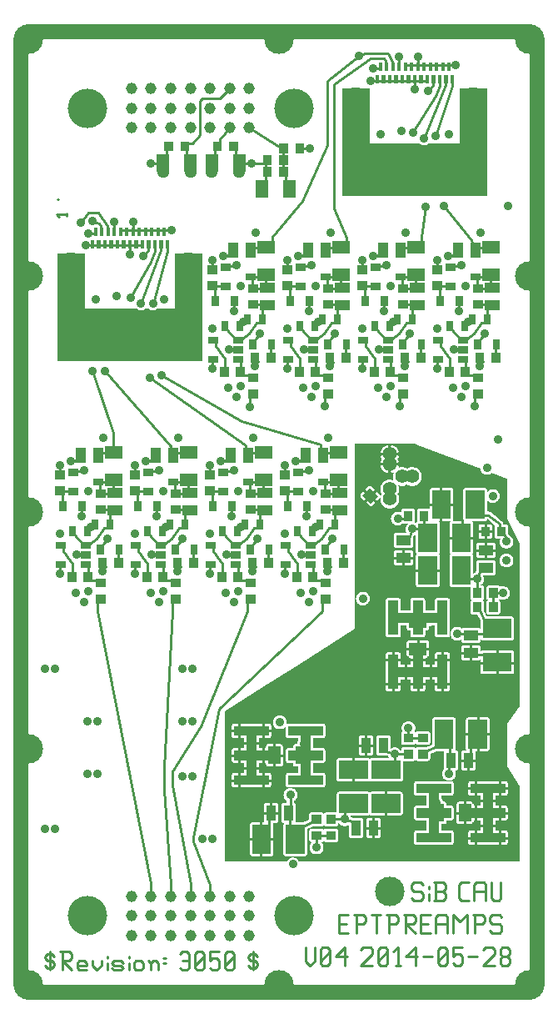
<source format=gbr>
G04 start of page 2 for group 0 idx 0 *
G04 Title: EPTPREAMPS, component *
G04 Creator: pcb 1.99z *
G04 CreationDate: Fr 20 Jun 2014 11:29:12 GMT UTC *
G04 For: stephan *
G04 Format: Gerber/RS-274X *
G04 PCB-Dimensions (mil): 2952.76 4724.41 *
G04 PCB-Coordinate-Origin: lower left *
%MOIN*%
%FSLAX25Y25*%
%LNCOMPONENT*%
%ADD38C,0.0700*%
%ADD37C,0.0236*%
%ADD36C,0.0256*%
%ADD35C,0.0252*%
%ADD34C,0.0240*%
%ADD33C,0.0866*%
%ADD32C,0.0157*%
%ADD31C,0.0512*%
%ADD30C,0.0550*%
%ADD29C,0.0354*%
%ADD28R,0.0750X0.0750*%
%ADD27R,0.0394X0.0394*%
%ADD26R,0.0394X0.0394*%
%ADD25R,0.0280X0.0280*%
%ADD24R,0.0350X0.0350*%
%ADD23R,0.0500X0.0500*%
%ADD22R,0.0145X0.0145*%
%ADD21C,0.0591*%
%ADD20C,0.0553*%
%ADD19C,0.0900*%
%ADD18C,0.1181*%
%ADD17C,0.0472*%
%ADD16C,0.1575*%
%ADD15C,0.0453*%
%ADD14C,0.0098*%
%ADD13C,0.0098*%
%ADD12C,0.0100*%
%ADD11C,0.0001*%
G54D11*G36*
X59000Y339441D02*X70000D01*
Y317441D01*
X90897D01*
X91245Y317228D01*
X91646Y317062D01*
X92068Y316961D01*
X92500Y316927D01*
X92932Y316961D01*
X93354Y317062D01*
X93755Y317228D01*
X94103Y317441D01*
X95647D01*
X95995Y317228D01*
X96396Y317062D01*
X96818Y316961D01*
X97250Y316927D01*
X97682Y316961D01*
X98104Y317062D01*
X98505Y317228D01*
X98853Y317441D01*
X106000D01*
Y339441D01*
X117000D01*
Y296441D01*
X59000D01*
Y339441D01*
G37*
G36*
X173000Y405441D02*X184000D01*
Y383441D01*
X204147D01*
X204495Y383228D01*
X204896Y383062D01*
X205318Y382961D01*
X205750Y382927D01*
X206182Y382961D01*
X206604Y383062D01*
X207005Y383228D01*
X207353Y383441D01*
X220000D01*
Y405441D01*
X231000D01*
Y362441D01*
X173000D01*
Y405441D01*
G37*
G36*
X239000Y233441D02*X244000Y223441D01*
Y158441D01*
X239000Y151441D01*
Y134441D01*
X244000Y126441D01*
Y96441D01*
X238746D01*
Y103281D01*
X238806Y103318D01*
X238926Y103421D01*
X239028Y103540D01*
X239110Y103675D01*
X239171Y103820D01*
X239207Y103973D01*
X239217Y104130D01*
X239207Y108224D01*
X239171Y108377D01*
X239110Y108522D01*
X239028Y108657D01*
X238926Y108776D01*
X238806Y108878D01*
X238746Y108915D01*
Y113124D01*
X238806Y113161D01*
X238926Y113263D01*
X239028Y113383D01*
X239110Y113517D01*
X239171Y113662D01*
X239207Y113816D01*
X239217Y113972D01*
X239207Y118066D01*
X239171Y118219D01*
X239110Y118365D01*
X239028Y118499D01*
X238926Y118619D01*
X238806Y118721D01*
X238746Y118758D01*
Y122966D01*
X238806Y123003D01*
X238926Y123106D01*
X239028Y123225D01*
X239110Y123360D01*
X239171Y123505D01*
X239207Y123658D01*
X239217Y123815D01*
X239207Y127909D01*
X239171Y128062D01*
X239110Y128207D01*
X239028Y128342D01*
X238926Y128461D01*
X238806Y128563D01*
X238746Y128600D01*
Y171451D01*
X240906Y171453D01*
X241059Y171490D01*
X241204Y171550D01*
X241338Y171632D01*
X241457Y171734D01*
X241559Y171853D01*
X241641Y171987D01*
X241701Y172132D01*
X241738Y172285D01*
X241747Y172441D01*
X241738Y180097D01*
X241701Y180250D01*
X241641Y180395D01*
X241559Y180529D01*
X241457Y180648D01*
X241338Y180750D01*
X241204Y180832D01*
X241059Y180892D01*
X240906Y180929D01*
X240750Y180938D01*
X238746Y180936D01*
Y184951D01*
X240906Y184953D01*
X241059Y184990D01*
X241204Y185050D01*
X241338Y185132D01*
X241457Y185234D01*
X241559Y185353D01*
X241641Y185487D01*
X241701Y185632D01*
X241738Y185785D01*
X241747Y185941D01*
X241738Y193597D01*
X241701Y193750D01*
X241641Y193895D01*
X241559Y194029D01*
X241457Y194148D01*
X241338Y194250D01*
X241204Y194332D01*
X241059Y194392D01*
X240906Y194429D01*
X240750Y194438D01*
X238746Y194436D01*
Y201625D01*
X238875Y201704D01*
X239205Y201986D01*
X239486Y202316D01*
X239713Y202686D01*
X239879Y203087D01*
X239980Y203508D01*
X240006Y203941D01*
X239980Y204373D01*
X239879Y204795D01*
X239713Y205196D01*
X239486Y205566D01*
X239205Y205896D01*
X238875Y206177D01*
X238746Y206257D01*
Y214177D01*
X238750Y214177D01*
X239182Y214211D01*
X239604Y214312D01*
X240005Y214478D01*
X240375Y214704D01*
X240705Y214986D01*
X240986Y215316D01*
X241213Y215686D01*
X241379Y216087D01*
X241480Y216508D01*
X241506Y216941D01*
X241480Y217373D01*
X241379Y217795D01*
X241213Y218196D01*
X240986Y218566D01*
X240705Y218896D01*
X240375Y219177D01*
X240005Y219404D01*
X239604Y219570D01*
X239182Y219671D01*
X238750Y219705D01*
X238746Y219705D01*
Y221677D01*
X238750Y221677D01*
X239182Y221711D01*
X239604Y221812D01*
X240005Y221978D01*
X240375Y222204D01*
X240705Y222486D01*
X240986Y222816D01*
X241213Y223186D01*
X241379Y223587D01*
X241480Y224008D01*
X241506Y224441D01*
X241480Y224873D01*
X241379Y225295D01*
X241213Y225696D01*
X240986Y226066D01*
X240705Y226396D01*
X240375Y226677D01*
X240005Y226904D01*
X239604Y227070D01*
X239578Y227076D01*
X239445Y227565D01*
X239438Y230547D01*
X239401Y230700D01*
X239341Y230845D01*
X239259Y230979D01*
X239157Y231098D01*
X239038Y231200D01*
X238904Y231282D01*
X238759Y231342D01*
X238746Y231345D01*
Y249537D01*
X239000Y249441D01*
Y233441D01*
G37*
G36*
X238746Y231345D02*X238606Y231379D01*
X238450Y231388D01*
X237495Y231386D01*
X237496Y231392D01*
X237485Y231627D01*
X237480Y231654D01*
X237478Y231675D01*
X237457Y231766D01*
X237438Y231857D01*
X237429Y231880D01*
X237423Y231903D01*
X237388Y231990D01*
X237355Y232076D01*
X237343Y232098D01*
X237334Y232120D01*
X237285Y232200D01*
X237239Y232281D01*
X237224Y232300D01*
X237211Y232321D01*
X237150Y232392D01*
X237092Y232464D01*
X237076Y232478D01*
X237058Y232499D01*
X236880Y232652D01*
X236851Y232670D01*
X235354Y233833D01*
Y240912D01*
X235486Y241066D01*
X235713Y241436D01*
X235879Y241837D01*
X235980Y242258D01*
X236006Y242691D01*
X235980Y243123D01*
X235879Y243545D01*
X235713Y243946D01*
X235486Y244316D01*
X235354Y244470D01*
Y250820D01*
X238746Y249537D01*
Y231345D01*
G37*
G36*
Y206257D02*X238505Y206404D01*
X238104Y206570D01*
X237682Y206671D01*
X237250Y206705D01*
X236818Y206671D01*
X236396Y206570D01*
X236043Y206424D01*
X236009Y206479D01*
X235907Y206598D01*
X235788Y206700D01*
X235654Y206782D01*
X235509Y206842D01*
X235356Y206879D01*
X235354Y206879D01*
Y225495D01*
X236205Y225497D01*
X236121Y225295D01*
X236020Y224873D01*
X235986Y224441D01*
X236020Y224008D01*
X236121Y223587D01*
X236287Y223186D01*
X236514Y222816D01*
X236795Y222486D01*
X237125Y222204D01*
X237495Y221978D01*
X237896Y221812D01*
X238318Y221711D01*
X238746Y221677D01*
Y219705D01*
X238318Y219671D01*
X237896Y219570D01*
X237495Y219404D01*
X237125Y219177D01*
X236795Y218896D01*
X236514Y218566D01*
X236287Y218196D01*
X236121Y217795D01*
X236020Y217373D01*
X235986Y216941D01*
X236020Y216508D01*
X236121Y216087D01*
X236287Y215686D01*
X236514Y215316D01*
X236795Y214986D01*
X237125Y214704D01*
X237495Y214478D01*
X237896Y214312D01*
X238318Y214211D01*
X238746Y214177D01*
Y206257D01*
G37*
G36*
Y194436D02*X235354Y194434D01*
Y195253D01*
X235356Y195253D01*
X235509Y195290D01*
X235654Y195350D01*
X235788Y195432D01*
X235907Y195534D01*
X236009Y195653D01*
X236091Y195787D01*
X236151Y195932D01*
X236188Y196084D01*
X236197Y196241D01*
X236188Y200297D01*
X236151Y200450D01*
X236091Y200595D01*
X236009Y200729D01*
X235907Y200848D01*
X235788Y200950D01*
X235654Y201032D01*
X235572Y201066D01*
X235654Y201100D01*
X235788Y201182D01*
X235907Y201284D01*
X236009Y201403D01*
X236043Y201458D01*
X236396Y201312D01*
X236818Y201211D01*
X237250Y201177D01*
X237682Y201211D01*
X238104Y201312D01*
X238505Y201478D01*
X238746Y201625D01*
Y194436D01*
G37*
G36*
Y180936D02*X235354Y180934D01*
Y184949D01*
X238746Y184951D01*
Y180936D01*
G37*
G36*
Y128600D02*X238672Y128646D01*
X238526Y128706D01*
X238373Y128743D01*
X238217Y128752D01*
X235354Y128750D01*
Y171449D01*
X238746Y171451D01*
Y128600D01*
G37*
G36*
Y118758D02*X238672Y118803D01*
X238526Y118863D01*
X238373Y118900D01*
X238217Y118909D01*
X235354Y118908D01*
Y122822D01*
X238373Y122824D01*
X238526Y122861D01*
X238672Y122921D01*
X238746Y122966D01*
Y118758D01*
G37*
G36*
Y108915D02*X238672Y108961D01*
X238526Y109021D01*
X238373Y109058D01*
X238217Y109067D01*
X235354Y109065D01*
Y112980D01*
X238373Y112982D01*
X238526Y113018D01*
X238672Y113079D01*
X238746Y113124D01*
Y108915D01*
G37*
G36*
Y96441D02*X235354D01*
Y103137D01*
X238373Y103139D01*
X238526Y103176D01*
X238672Y103236D01*
X238746Y103281D01*
Y96441D01*
G37*
G36*
X235354Y244470D02*X235205Y244646D01*
X234875Y244927D01*
X234505Y245154D01*
X234104Y245320D01*
X233682Y245421D01*
X233250Y245455D01*
X232818Y245421D01*
X232396Y245320D01*
X231995Y245154D01*
X231625Y244927D01*
X231295Y244646D01*
X231014Y244316D01*
X230988Y244275D01*
X230988Y245097D01*
X230951Y245250D01*
X230891Y245395D01*
X230809Y245529D01*
X230707Y245648D01*
X230588Y245750D01*
X230454Y245832D01*
X230309Y245892D01*
X230300Y245894D01*
Y251275D01*
X230568Y251211D01*
X231000Y251177D01*
X231432Y251211D01*
X231854Y251312D01*
X232255Y251478D01*
X232625Y251704D01*
X232745Y251808D01*
X235354Y250820D01*
Y244470D01*
G37*
G36*
Y233833D02*X232443Y236098D01*
X232380Y236152D01*
X232271Y236219D01*
X232223Y236252D01*
X232200Y236262D01*
X232180Y236275D01*
X232093Y236310D01*
X232009Y236349D01*
X231985Y236355D01*
X231963Y236364D01*
X231872Y236386D01*
X231782Y236411D01*
X231758Y236414D01*
X231734Y236419D01*
X231676Y236423D01*
X231549Y236437D01*
X231466Y236433D01*
X230995D01*
X230991Y241103D01*
X231014Y241066D01*
X231295Y240736D01*
X231625Y240454D01*
X231995Y240228D01*
X232396Y240062D01*
X232818Y239961D01*
X233250Y239927D01*
X233682Y239961D01*
X234104Y240062D01*
X234505Y240228D01*
X234875Y240454D01*
X235205Y240736D01*
X235354Y240912D01*
Y233833D01*
G37*
G36*
Y194434D02*X230831Y194430D01*
X230300Y195558D01*
Y210978D01*
X233624Y210983D01*
X233777Y211019D01*
X233923Y211080D01*
X234057Y211162D01*
X234177Y211264D01*
X234279Y211384D01*
X234361Y211518D01*
X234421Y211663D01*
X234458Y211817D01*
X234467Y211973D01*
X234458Y216065D01*
X234421Y216218D01*
X234361Y216364D01*
X234279Y216498D01*
X234177Y216618D01*
X234057Y216720D01*
X233923Y216802D01*
X233777Y216862D01*
X233624Y216899D01*
X233467Y216908D01*
X230300Y216904D01*
Y217978D01*
X233624Y217983D01*
X233777Y218019D01*
X233923Y218080D01*
X234057Y218162D01*
X234177Y218264D01*
X234279Y218384D01*
X234361Y218518D01*
X234421Y218663D01*
X234458Y218817D01*
X234467Y218973D01*
X234458Y223065D01*
X234421Y223218D01*
X234361Y223364D01*
X234279Y223498D01*
X234177Y223618D01*
X234057Y223720D01*
X233923Y223802D01*
X233777Y223862D01*
X233624Y223899D01*
X233467Y223908D01*
X230300Y223904D01*
Y225498D01*
X232206Y225503D01*
X232359Y225540D01*
X232504Y225600D01*
X232638Y225682D01*
X232757Y225784D01*
X232859Y225903D01*
X232941Y226037D01*
X233001Y226182D01*
X233038Y226334D01*
X233047Y226491D01*
X233038Y230547D01*
X233001Y230700D01*
X232941Y230845D01*
X232859Y230979D01*
X232757Y231098D01*
X232638Y231200D01*
X232504Y231282D01*
X232359Y231342D01*
X232206Y231379D01*
X232050Y231388D01*
X230300Y231384D01*
Y232488D01*
X230309Y232490D01*
X230454Y232550D01*
X230588Y232632D01*
X230707Y232734D01*
X230809Y232853D01*
X230891Y232987D01*
X230951Y233132D01*
X230988Y233285D01*
X230997Y233441D01*
Y233442D01*
X234150Y230989D01*
X234141Y230979D01*
X234059Y230845D01*
X233999Y230700D01*
X233962Y230547D01*
X233953Y230391D01*
X233962Y226334D01*
X233999Y226182D01*
X234059Y226037D01*
X234141Y225903D01*
X234243Y225784D01*
X234362Y225682D01*
X234496Y225600D01*
X234641Y225540D01*
X234794Y225503D01*
X234950Y225494D01*
X235354Y225495D01*
Y206879D01*
X235200Y206888D01*
X231544Y206879D01*
X231391Y206842D01*
X231246Y206782D01*
X231112Y206700D01*
X230993Y206598D01*
X230891Y206479D01*
X230809Y206345D01*
X230749Y206200D01*
X230712Y206047D01*
X230703Y205891D01*
X230712Y201834D01*
X230749Y201682D01*
X230809Y201537D01*
X230891Y201403D01*
X230993Y201284D01*
X231112Y201182D01*
X231246Y201100D01*
X231328Y201066D01*
X231246Y201032D01*
X231112Y200950D01*
X230993Y200848D01*
X230891Y200729D01*
X230809Y200595D01*
X230749Y200450D01*
X230712Y200297D01*
X230703Y200141D01*
X230712Y196084D01*
X230749Y195932D01*
X230809Y195787D01*
X230891Y195653D01*
X230993Y195534D01*
X231112Y195432D01*
X231246Y195350D01*
X231391Y195290D01*
X231544Y195253D01*
X231700Y195244D01*
X235354Y195253D01*
Y194434D01*
G37*
G36*
Y180934D02*X230300Y180930D01*
Y184945D01*
X235354Y184949D01*
Y180934D01*
G37*
G36*
Y128750D02*X230300Y128747D01*
Y140702D01*
X231156Y140703D01*
X231309Y140740D01*
X231454Y140800D01*
X231588Y140882D01*
X231707Y140984D01*
X231809Y141103D01*
X231891Y141237D01*
X231951Y141382D01*
X231988Y141535D01*
X231997Y141691D01*
X231988Y153347D01*
X231951Y153500D01*
X231891Y153645D01*
X231809Y153779D01*
X231707Y153898D01*
X231588Y154000D01*
X231454Y154082D01*
X231309Y154142D01*
X231156Y154179D01*
X231000Y154188D01*
X230300Y154187D01*
Y171445D01*
X235354Y171449D01*
Y128750D01*
G37*
G36*
Y118908D02*X234289Y118907D01*
X234287Y122822D01*
X235354Y122822D01*
Y118908D01*
G37*
G36*
Y109065D02*X234294Y109064D01*
X234292Y112979D01*
X235354Y112980D01*
Y109065D01*
G37*
G36*
Y96441D02*X230300D01*
Y103134D01*
X235354Y103137D01*
Y96441D01*
G37*
G36*
X230300Y195558D02*X229796Y196629D01*
X229788Y200297D01*
X229751Y200450D01*
X229691Y200595D01*
X229609Y200729D01*
X229507Y200848D01*
X229388Y200950D01*
X229254Y201032D01*
X229172Y201066D01*
X229254Y201100D01*
X229388Y201182D01*
X229507Y201284D01*
X229609Y201403D01*
X229691Y201537D01*
X229751Y201682D01*
X229788Y201834D01*
X229797Y201991D01*
X229788Y206047D01*
X229751Y206200D01*
X229691Y206345D01*
X229609Y206479D01*
X229507Y206598D01*
X229388Y206700D01*
X229254Y206782D01*
X229109Y206842D01*
X228956Y206879D01*
X228800Y206888D01*
X228492Y206887D01*
Y207123D01*
X228625Y207204D01*
X228955Y207486D01*
X229236Y207816D01*
X229463Y208186D01*
X229629Y208587D01*
X229730Y209008D01*
X229756Y209441D01*
X229730Y209873D01*
X229629Y210295D01*
X229463Y210696D01*
X229291Y210976D01*
X230300Y210978D01*
Y195558D01*
G37*
G36*
Y231384D02*X228394Y231379D01*
X228241Y231342D01*
X228096Y231282D01*
X227962Y231200D01*
X227843Y231098D01*
X227741Y230979D01*
X227659Y230845D01*
X227599Y230700D01*
X227562Y230547D01*
X227553Y230391D01*
X227562Y226334D01*
X227599Y226182D01*
X227659Y226037D01*
X227741Y225903D01*
X227843Y225784D01*
X227962Y225682D01*
X228096Y225600D01*
X228241Y225540D01*
X228394Y225503D01*
X228550Y225494D01*
X230300Y225498D01*
Y223904D01*
X227376Y223899D01*
X227223Y223862D01*
X227077Y223802D01*
X226943Y223720D01*
X226823Y223618D01*
X226721Y223498D01*
X226639Y223364D01*
X226579Y223218D01*
X226542Y223065D01*
X226532Y222908D01*
X226542Y218817D01*
X226579Y218663D01*
X226639Y218518D01*
X226721Y218384D01*
X226823Y218264D01*
X226943Y218162D01*
X227077Y218080D01*
X227223Y218019D01*
X227376Y217983D01*
X227532Y217973D01*
X230300Y217978D01*
Y216904D01*
X227376Y216899D01*
X227223Y216862D01*
X227077Y216802D01*
X226943Y216720D01*
X226823Y216618D01*
X226721Y216498D01*
X226639Y216364D01*
X226579Y216218D01*
X226542Y216065D01*
X226532Y215908D01*
X226540Y212778D01*
X226317Y212111D01*
X226146Y212070D01*
X225745Y211904D01*
X225493Y211750D01*
X225488Y218847D01*
X225451Y219000D01*
X225391Y219145D01*
X225309Y219279D01*
X225207Y219398D01*
X225157Y219441D01*
X225207Y219484D01*
X225309Y219603D01*
X225391Y219737D01*
X225451Y219882D01*
X225488Y220035D01*
X225497Y220191D01*
X225488Y231847D01*
X225451Y232000D01*
X225391Y232145D01*
X225309Y232279D01*
X225207Y232398D01*
X225150Y232447D01*
X230156Y232453D01*
X230300Y232488D01*
Y231384D01*
G37*
G36*
X203250Y112973D02*X206711Y112975D01*
X206713Y109060D01*
X203250Y109058D01*
Y112973D01*
G37*
G36*
Y122815D02*X206706Y122818D01*
X206708Y118903D01*
X203250Y118901D01*
Y122815D01*
G37*
G36*
Y262968D02*X228272Y253500D01*
X228371Y253087D01*
X228537Y252686D01*
X228764Y252316D01*
X229045Y251986D01*
X229375Y251704D01*
X229745Y251478D01*
X230146Y251312D01*
X230300Y251275D01*
Y245894D01*
X230156Y245929D01*
X230000Y245938D01*
X222344Y245929D01*
X222191Y245892D01*
X222046Y245832D01*
X221912Y245750D01*
X221793Y245648D01*
X221691Y245529D01*
X221609Y245395D01*
X221549Y245250D01*
X221512Y245097D01*
X221503Y244941D01*
X221512Y233285D01*
X221549Y233132D01*
X221609Y232987D01*
X221691Y232853D01*
X221793Y232734D01*
X221850Y232685D01*
X217143Y232679D01*
X217207Y232734D01*
X217309Y232853D01*
X217391Y232987D01*
X217451Y233132D01*
X217488Y233285D01*
X217497Y233441D01*
X217488Y245097D01*
X217451Y245250D01*
X217391Y245395D01*
X217309Y245529D01*
X217207Y245648D01*
X217088Y245750D01*
X216954Y245832D01*
X216809Y245892D01*
X216656Y245929D01*
X216500Y245938D01*
X208844Y245929D01*
X208691Y245892D01*
X208546Y245832D01*
X208412Y245750D01*
X208293Y245648D01*
X208191Y245529D01*
X208109Y245395D01*
X208049Y245250D01*
X208012Y245097D01*
X208003Y244941D01*
X208009Y237468D01*
X207904Y237532D01*
X207759Y237592D01*
X207606Y237629D01*
X207450Y237638D01*
X203794Y237629D01*
X203641Y237592D01*
X203496Y237532D01*
X203362Y237450D01*
X203250Y237354D01*
Y247431D01*
X203660Y247781D01*
X204043Y248230D01*
X204352Y248733D01*
X204577Y249279D01*
X204715Y249853D01*
X204750Y250441D01*
X204715Y251029D01*
X204577Y251603D01*
X204352Y252149D01*
X204043Y252652D01*
X203660Y253101D01*
X203250Y253451D01*
Y262968D01*
G37*
G36*
X230300Y96441D02*X203250D01*
Y103130D01*
X216720Y103139D01*
X216873Y103176D01*
X217018Y103236D01*
X217153Y103318D01*
X217272Y103421D01*
X217374Y103540D01*
X217457Y103675D01*
X217517Y103820D01*
X217554Y103973D01*
X217563Y104130D01*
X217554Y108224D01*
X217517Y108377D01*
X217457Y108522D01*
X217374Y108657D01*
X217272Y108776D01*
X217153Y108878D01*
X217018Y108961D01*
X216873Y109021D01*
X216720Y109058D01*
X216563Y109067D01*
X212640Y109064D01*
X212639Y111451D01*
X213906Y111453D01*
X214059Y111490D01*
X214204Y111550D01*
X214338Y111632D01*
X214457Y111734D01*
X214559Y111853D01*
X214641Y111987D01*
X214701Y112132D01*
X214738Y112285D01*
X214747Y112441D01*
X214746Y112980D01*
X216720Y112982D01*
X216873Y113018D01*
X217018Y113079D01*
X217153Y113161D01*
X217272Y113263D01*
X217374Y113383D01*
X217457Y113517D01*
X217517Y113662D01*
X217554Y113816D01*
X217563Y113972D01*
X217554Y118066D01*
X217517Y118219D01*
X217457Y118365D01*
X217374Y118499D01*
X217272Y118619D01*
X217153Y118721D01*
X217018Y118803D01*
X216873Y118863D01*
X216720Y118900D01*
X216563Y118909D01*
X214739Y118908D01*
X214738Y119597D01*
X214701Y119750D01*
X214641Y119895D01*
X214559Y120029D01*
X214457Y120148D01*
X214338Y120250D01*
X214204Y120332D01*
X214059Y120392D01*
X213906Y120429D01*
X213750Y120438D01*
X213256Y120437D01*
X213256Y120441D01*
X213230Y120873D01*
X213129Y121295D01*
X212963Y121696D01*
X212736Y122066D01*
X212634Y122186D01*
X212634Y122822D01*
X216720Y122824D01*
X216873Y122861D01*
X217018Y122921D01*
X217153Y123003D01*
X217272Y123106D01*
X217374Y123225D01*
X217457Y123360D01*
X217517Y123505D01*
X217554Y123658D01*
X217563Y123815D01*
X217554Y127909D01*
X217517Y128062D01*
X217457Y128207D01*
X217374Y128342D01*
X217272Y128461D01*
X217153Y128563D01*
X217018Y128646D01*
X216873Y128706D01*
X216720Y128743D01*
X216563Y128752D01*
X203250Y128743D01*
Y136747D01*
X203300Y136744D01*
X207356Y136753D01*
X207509Y136790D01*
X207654Y136850D01*
X207788Y136932D01*
X207907Y137034D01*
X208009Y137153D01*
X208091Y137287D01*
X208151Y137432D01*
X208188Y137584D01*
X208197Y137741D01*
X208192Y139588D01*
X210543Y140695D01*
X213918Y140699D01*
X213823Y140618D01*
X213721Y140498D01*
X213639Y140364D01*
X213579Y140218D01*
X213542Y140065D01*
X213532Y139908D01*
X213542Y133817D01*
X213579Y133663D01*
X213639Y133518D01*
X213659Y133486D01*
X213514Y133316D01*
X213287Y132946D01*
X213121Y132545D01*
X213020Y132123D01*
X212986Y131691D01*
X213020Y131258D01*
X213121Y130837D01*
X213287Y130436D01*
X213514Y130066D01*
X213795Y129736D01*
X214125Y129454D01*
X214495Y129228D01*
X214896Y129062D01*
X215318Y128961D01*
X215750Y128927D01*
X216182Y128961D01*
X216604Y129062D01*
X217005Y129228D01*
X217375Y129454D01*
X217705Y129736D01*
X217986Y130066D01*
X218213Y130436D01*
X218379Y130837D01*
X218480Y131258D01*
X218506Y131691D01*
X218480Y132123D01*
X218379Y132545D01*
X218213Y132946D01*
X218191Y132982D01*
X218624Y132983D01*
X218777Y133019D01*
X218923Y133080D01*
X219057Y133162D01*
X219177Y133264D01*
X219279Y133384D01*
X219361Y133518D01*
X219421Y133663D01*
X219458Y133817D01*
X219467Y133973D01*
X219458Y140065D01*
X219421Y140218D01*
X219361Y140364D01*
X219279Y140498D01*
X219177Y140618D01*
X219057Y140720D01*
X218923Y140802D01*
X218777Y140862D01*
X218624Y140899D01*
X218467Y140908D01*
X218118Y140908D01*
X218207Y140984D01*
X218309Y141103D01*
X218391Y141237D01*
X218451Y141382D01*
X218488Y141535D01*
X218497Y141691D01*
X218488Y153347D01*
X218451Y153500D01*
X218391Y153645D01*
X218309Y153779D01*
X218207Y153898D01*
X218088Y154000D01*
X217954Y154082D01*
X217809Y154142D01*
X217656Y154179D01*
X217500Y154188D01*
X209844Y154179D01*
X209691Y154142D01*
X209546Y154082D01*
X209412Y154000D01*
X209293Y153898D01*
X209191Y153779D01*
X209109Y153645D01*
X209049Y153500D01*
X209012Y153347D01*
X209003Y153191D01*
X209011Y143272D01*
X206812Y142237D01*
X203250Y142229D01*
Y143147D01*
X203300Y143144D01*
X207356Y143153D01*
X207509Y143190D01*
X207654Y143250D01*
X207788Y143332D01*
X207907Y143434D01*
X208009Y143553D01*
X208091Y143687D01*
X208151Y143832D01*
X208188Y143984D01*
X208197Y144141D01*
X208188Y147797D01*
X208151Y147950D01*
X208091Y148095D01*
X208009Y148229D01*
X207907Y148348D01*
X207788Y148450D01*
X207654Y148532D01*
X207509Y148592D01*
X207356Y148629D01*
X207200Y148638D01*
X203250Y148629D01*
Y164479D01*
X205375Y164484D01*
X205528Y164520D01*
X205674Y164581D01*
X205808Y164663D01*
X205928Y164765D01*
X206030Y164885D01*
X206112Y165019D01*
X206172Y165164D01*
X206209Y165317D01*
X206218Y165474D01*
X206216Y169402D01*
X210131Y169403D01*
X210133Y165317D01*
X210170Y165164D01*
X210230Y165019D01*
X210313Y164885D01*
X210415Y164765D01*
X210534Y164663D01*
X210669Y164581D01*
X210814Y164520D01*
X210967Y164484D01*
X211124Y164474D01*
X215218Y164484D01*
X215371Y164520D01*
X215516Y164581D01*
X215651Y164663D01*
X215770Y164765D01*
X215873Y164885D01*
X215955Y165019D01*
X216015Y165164D01*
X216052Y165317D01*
X216061Y165474D01*
X216052Y179411D01*
X216015Y179564D01*
X215955Y179709D01*
X215873Y179844D01*
X215770Y179963D01*
X215651Y180065D01*
X215516Y180148D01*
X215371Y180208D01*
X215218Y180245D01*
X215061Y180254D01*
X210967Y180245D01*
X210814Y180208D01*
X210669Y180148D01*
X210534Y180065D01*
X210415Y179963D01*
X210313Y179844D01*
X210230Y179709D01*
X210170Y179564D01*
X210133Y179411D01*
X210124Y179254D01*
X210127Y175331D01*
X206212Y175329D01*
X206210Y177952D01*
X206906Y177953D01*
X207059Y177990D01*
X207204Y178050D01*
X207338Y178132D01*
X207457Y178234D01*
X207559Y178353D01*
X207641Y178487D01*
X207701Y178632D01*
X207738Y178785D01*
X207747Y178941D01*
X207738Y184097D01*
X207701Y184250D01*
X207641Y184395D01*
X207559Y184529D01*
X207457Y184648D01*
X207338Y184750D01*
X207204Y184832D01*
X207059Y184892D01*
X206906Y184929D01*
X206750Y184938D01*
X203250Y184933D01*
Y186132D01*
X205375Y186137D01*
X205528Y186174D01*
X205674Y186234D01*
X205808Y186316D01*
X205928Y186419D01*
X206030Y186538D01*
X206112Y186673D01*
X206172Y186818D01*
X206209Y186971D01*
X206218Y187128D01*
X206217Y188952D01*
X206906Y188953D01*
X207059Y188990D01*
X207204Y189050D01*
X207338Y189132D01*
X207457Y189234D01*
X207559Y189353D01*
X207641Y189487D01*
X207701Y189632D01*
X207738Y189785D01*
X207747Y189941D01*
X207746Y190697D01*
X208000Y190677D01*
X208432Y190711D01*
X208854Y190812D01*
X209255Y190978D01*
X209384Y191057D01*
X210131Y191057D01*
X210133Y186971D01*
X210170Y186818D01*
X210230Y186673D01*
X210313Y186538D01*
X210415Y186419D01*
X210534Y186316D01*
X210669Y186234D01*
X210814Y186174D01*
X210967Y186137D01*
X211124Y186128D01*
X215218Y186137D01*
X215371Y186174D01*
X215516Y186234D01*
X215651Y186316D01*
X215770Y186419D01*
X215873Y186538D01*
X215955Y186673D01*
X216015Y186818D01*
X216052Y186971D01*
X216061Y187128D01*
X216052Y201064D01*
X216015Y201217D01*
X215955Y201363D01*
X215873Y201497D01*
X215770Y201617D01*
X215651Y201719D01*
X215516Y201801D01*
X215371Y201861D01*
X215218Y201898D01*
X215061Y201907D01*
X210967Y201898D01*
X210814Y201861D01*
X210669Y201801D01*
X210534Y201719D01*
X210415Y201617D01*
X210313Y201497D01*
X210230Y201363D01*
X210170Y201217D01*
X210133Y201064D01*
X210124Y200907D01*
X210127Y196985D01*
X206212Y196983D01*
X206209Y201064D01*
X206172Y201217D01*
X206112Y201363D01*
X206030Y201497D01*
X205928Y201617D01*
X205808Y201719D01*
X205674Y201801D01*
X205528Y201861D01*
X205375Y201898D01*
X205218Y201907D01*
X203250Y201903D01*
Y206226D01*
X203344Y206203D01*
X203500Y206194D01*
X211156Y206203D01*
X211309Y206240D01*
X211454Y206300D01*
X211588Y206382D01*
X211707Y206484D01*
X211809Y206603D01*
X211891Y206737D01*
X211951Y206882D01*
X211988Y207035D01*
X211997Y207191D01*
X211988Y218847D01*
X211951Y219000D01*
X211891Y219145D01*
X211809Y219279D01*
X211707Y219398D01*
X211657Y219441D01*
X211707Y219484D01*
X211809Y219603D01*
X211891Y219737D01*
X211951Y219882D01*
X211988Y220035D01*
X211997Y220191D01*
X211988Y231847D01*
X211951Y232000D01*
X211891Y232145D01*
X211809Y232279D01*
X211707Y232398D01*
X211650Y232447D01*
X216357Y232453D01*
X216293Y232398D01*
X216191Y232279D01*
X216109Y232145D01*
X216049Y232000D01*
X216012Y231847D01*
X216003Y231691D01*
X216012Y220035D01*
X216049Y219882D01*
X216109Y219737D01*
X216191Y219603D01*
X216293Y219484D01*
X216343Y219441D01*
X216293Y219398D01*
X216191Y219279D01*
X216109Y219145D01*
X216049Y219000D01*
X216012Y218847D01*
X216003Y218691D01*
X216012Y207035D01*
X216049Y206882D01*
X216109Y206737D01*
X216191Y206603D01*
X216293Y206484D01*
X216412Y206382D01*
X216546Y206300D01*
X216691Y206240D01*
X216844Y206203D01*
X217000Y206194D01*
X224350Y206203D01*
X224349Y206200D01*
X224312Y206047D01*
X224303Y205891D01*
X224312Y201834D01*
X224349Y201682D01*
X224409Y201537D01*
X224491Y201403D01*
X224593Y201284D01*
X224712Y201182D01*
X224846Y201100D01*
X224928Y201066D01*
X224846Y201032D01*
X224712Y200950D01*
X224593Y200848D01*
X224491Y200729D01*
X224409Y200595D01*
X224349Y200450D01*
X224312Y200297D01*
X224303Y200141D01*
X224312Y196084D01*
X224349Y195932D01*
X224409Y195787D01*
X224491Y195653D01*
X224593Y195534D01*
X224712Y195432D01*
X224846Y195350D01*
X224991Y195290D01*
X225144Y195253D01*
X225300Y195244D01*
X227147Y195249D01*
X228254Y192898D01*
X228258Y189523D01*
X228177Y189618D01*
X228057Y189720D01*
X227923Y189802D01*
X227777Y189862D01*
X227624Y189899D01*
X227467Y189908D01*
X221376Y189899D01*
X221223Y189862D01*
X221077Y189802D01*
X220943Y189720D01*
X220905Y189688D01*
X220625Y189927D01*
X220255Y190154D01*
X219854Y190320D01*
X219432Y190421D01*
X219000Y190455D01*
X218568Y190421D01*
X218146Y190320D01*
X217745Y190154D01*
X217375Y189927D01*
X217045Y189646D01*
X216764Y189316D01*
X216537Y188946D01*
X216371Y188545D01*
X216270Y188123D01*
X216236Y187691D01*
X216270Y187258D01*
X216371Y186837D01*
X216537Y186436D01*
X216764Y186066D01*
X217045Y185736D01*
X217375Y185454D01*
X217745Y185228D01*
X218146Y185062D01*
X218568Y184961D01*
X219000Y184927D01*
X219432Y184961D01*
X219854Y185062D01*
X220255Y185228D01*
X220540Y185403D01*
X220542Y184817D01*
X220579Y184663D01*
X220639Y184518D01*
X220721Y184384D01*
X220823Y184264D01*
X220943Y184162D01*
X221077Y184080D01*
X221223Y184019D01*
X221376Y183983D01*
X221532Y183973D01*
X227624Y183983D01*
X227777Y184019D01*
X227923Y184080D01*
X228057Y184162D01*
X228177Y184264D01*
X228279Y184384D01*
X228361Y184518D01*
X228421Y184663D01*
X228458Y184817D01*
X228467Y184973D01*
X228467Y185323D01*
X228543Y185234D01*
X228662Y185132D01*
X228796Y185050D01*
X228941Y184990D01*
X229094Y184953D01*
X229250Y184944D01*
X230300Y184945D01*
Y180930D01*
X229094Y180929D01*
X228941Y180892D01*
X228796Y180832D01*
X228662Y180750D01*
X228543Y180648D01*
X228462Y180553D01*
X228458Y182065D01*
X228421Y182218D01*
X228361Y182364D01*
X228279Y182498D01*
X228177Y182618D01*
X228057Y182720D01*
X227923Y182802D01*
X227777Y182862D01*
X227624Y182899D01*
X227467Y182908D01*
X221376Y182899D01*
X221223Y182862D01*
X221077Y182802D01*
X220943Y182720D01*
X220823Y182618D01*
X220721Y182498D01*
X220639Y182364D01*
X220579Y182218D01*
X220542Y182065D01*
X220532Y181908D01*
X220542Y177817D01*
X220579Y177663D01*
X220639Y177518D01*
X220721Y177384D01*
X220823Y177264D01*
X220943Y177162D01*
X221077Y177080D01*
X221223Y177019D01*
X221376Y176983D01*
X221532Y176973D01*
X227624Y176983D01*
X227777Y177019D01*
X227923Y177080D01*
X228057Y177162D01*
X228177Y177264D01*
X228256Y177357D01*
X228262Y172285D01*
X228299Y172132D01*
X228359Y171987D01*
X228441Y171853D01*
X228543Y171734D01*
X228662Y171632D01*
X228796Y171550D01*
X228941Y171490D01*
X229094Y171453D01*
X229250Y171444D01*
X230300Y171445D01*
Y154187D01*
X223344Y154179D01*
X223191Y154142D01*
X223046Y154082D01*
X222912Y154000D01*
X222793Y153898D01*
X222691Y153779D01*
X222609Y153645D01*
X222549Y153500D01*
X222512Y153347D01*
X222503Y153191D01*
X222512Y141535D01*
X222549Y141382D01*
X222609Y141237D01*
X222691Y141103D01*
X222793Y140984D01*
X222888Y140903D01*
X221376Y140899D01*
X221223Y140862D01*
X221077Y140802D01*
X220943Y140720D01*
X220823Y140618D01*
X220721Y140498D01*
X220639Y140364D01*
X220579Y140218D01*
X220542Y140065D01*
X220532Y139908D01*
X220542Y133817D01*
X220579Y133663D01*
X220639Y133518D01*
X220721Y133384D01*
X220823Y133264D01*
X220943Y133162D01*
X221077Y133080D01*
X221223Y133019D01*
X221376Y132983D01*
X221532Y132973D01*
X225624Y132983D01*
X225777Y133019D01*
X225923Y133080D01*
X226057Y133162D01*
X226177Y133264D01*
X226279Y133384D01*
X226361Y133518D01*
X226421Y133663D01*
X226458Y133817D01*
X226467Y133973D01*
X226458Y140065D01*
X226421Y140218D01*
X226361Y140364D01*
X226279Y140498D01*
X226177Y140618D01*
X226084Y140697D01*
X230300Y140702D01*
Y128747D01*
X224280Y128743D01*
X224127Y128706D01*
X223982Y128646D01*
X223847Y128563D01*
X223728Y128461D01*
X223625Y128342D01*
X223543Y128207D01*
X223483Y128062D01*
X223446Y127909D01*
X223437Y127752D01*
X223446Y123658D01*
X223483Y123505D01*
X223543Y123360D01*
X223625Y123225D01*
X223728Y123106D01*
X223847Y123003D01*
X223982Y122921D01*
X224127Y122861D01*
X224280Y122824D01*
X224437Y122815D01*
X228360Y122818D01*
X228361Y118903D01*
X225739Y118901D01*
X225738Y119597D01*
X225701Y119750D01*
X225641Y119895D01*
X225559Y120029D01*
X225457Y120148D01*
X225338Y120250D01*
X225204Y120332D01*
X225059Y120392D01*
X224906Y120429D01*
X224750Y120438D01*
X219594Y120429D01*
X219441Y120392D01*
X219296Y120332D01*
X219162Y120250D01*
X219043Y120148D01*
X218941Y120029D01*
X218859Y119895D01*
X218799Y119750D01*
X218762Y119597D01*
X218753Y119441D01*
X218762Y112285D01*
X218799Y112132D01*
X218859Y111987D01*
X218941Y111853D01*
X219043Y111734D01*
X219162Y111632D01*
X219296Y111550D01*
X219441Y111490D01*
X219594Y111453D01*
X219750Y111444D01*
X224906Y111453D01*
X225059Y111490D01*
X225204Y111550D01*
X225338Y111632D01*
X225457Y111734D01*
X225559Y111853D01*
X225641Y111987D01*
X225701Y112132D01*
X225738Y112285D01*
X225747Y112441D01*
X225746Y112973D01*
X228364Y112975D01*
X228366Y109060D01*
X224280Y109058D01*
X224127Y109021D01*
X223982Y108961D01*
X223847Y108878D01*
X223728Y108776D01*
X223625Y108657D01*
X223543Y108522D01*
X223483Y108377D01*
X223446Y108224D01*
X223437Y108067D01*
X223446Y103973D01*
X223483Y103820D01*
X223543Y103675D01*
X223625Y103540D01*
X223728Y103421D01*
X223847Y103318D01*
X223982Y103236D01*
X224127Y103176D01*
X224280Y103139D01*
X224437Y103130D01*
X230300Y103134D01*
Y96441D01*
G37*
G36*
X197500Y143147D02*X197550Y143144D01*
X201606Y143153D01*
X201759Y143190D01*
X201904Y143250D01*
X202038Y143332D01*
X202157Y143434D01*
X202259Y143553D01*
X202341Y143687D01*
X202375Y143769D01*
X202409Y143687D01*
X202491Y143553D01*
X202593Y143434D01*
X202712Y143332D01*
X202846Y143250D01*
X202991Y143190D01*
X203144Y143153D01*
X203250Y143147D01*
Y142229D01*
X203144Y142229D01*
X202991Y142192D01*
X202846Y142132D01*
X202712Y142050D01*
X202593Y141948D01*
X202491Y141829D01*
X202409Y141695D01*
X202375Y141613D01*
X202341Y141695D01*
X202259Y141829D01*
X202157Y141948D01*
X202038Y142050D01*
X201904Y142132D01*
X201759Y142192D01*
X201606Y142229D01*
X201450Y142238D01*
X197500Y142229D01*
Y143147D01*
G37*
G36*
Y169398D02*X200288Y169399D01*
X200291Y165317D01*
X200328Y165164D01*
X200388Y165019D01*
X200470Y164885D01*
X200572Y164765D01*
X200692Y164663D01*
X200826Y164581D01*
X200972Y164520D01*
X201125Y164484D01*
X201281Y164474D01*
X203250Y164479D01*
Y148629D01*
X203144Y148629D01*
X202991Y148592D01*
X202846Y148532D01*
X202712Y148450D01*
X202593Y148348D01*
X202491Y148229D01*
X202409Y148095D01*
X202375Y148013D01*
X202341Y148095D01*
X202259Y148229D01*
X202157Y148348D01*
X202038Y148450D01*
X201904Y148532D01*
X201876Y148544D01*
X201963Y148686D01*
X202129Y149087D01*
X202230Y149508D01*
X202256Y149941D01*
X202230Y150373D01*
X202129Y150795D01*
X201963Y151196D01*
X201736Y151566D01*
X201455Y151896D01*
X201125Y152177D01*
X200755Y152404D01*
X200354Y152570D01*
X199932Y152671D01*
X199500Y152705D01*
X199068Y152671D01*
X198646Y152570D01*
X198245Y152404D01*
X197875Y152177D01*
X197545Y151896D01*
X197500Y151843D01*
Y169398D01*
G37*
G36*
Y191051D02*X197940Y191051D01*
X198318Y190961D01*
X198750Y190927D01*
X198760Y190927D01*
X198762Y189785D01*
X198799Y189632D01*
X198859Y189487D01*
X198941Y189353D01*
X199043Y189234D01*
X199162Y189132D01*
X199296Y189050D01*
X199441Y188990D01*
X199594Y188953D01*
X199750Y188944D01*
X200289Y188945D01*
X200291Y186971D01*
X200328Y186818D01*
X200388Y186673D01*
X200470Y186538D01*
X200572Y186419D01*
X200692Y186316D01*
X200826Y186234D01*
X200972Y186174D01*
X201125Y186137D01*
X201281Y186128D01*
X203250Y186132D01*
Y184933D01*
X199594Y184929D01*
X199441Y184892D01*
X199296Y184832D01*
X199162Y184750D01*
X199043Y184648D01*
X198941Y184529D01*
X198859Y184395D01*
X198799Y184250D01*
X198762Y184097D01*
X198753Y183941D01*
X198762Y178785D01*
X198799Y178632D01*
X198859Y178487D01*
X198941Y178353D01*
X199043Y178234D01*
X199162Y178132D01*
X199296Y178050D01*
X199441Y177990D01*
X199594Y177953D01*
X199750Y177944D01*
X200282Y177945D01*
X200284Y175327D01*
X197500Y175325D01*
Y191051D01*
G37*
G36*
Y221978D02*X200624Y221983D01*
X200777Y222019D01*
X200923Y222080D01*
X201057Y222162D01*
X201177Y222264D01*
X201279Y222384D01*
X201361Y222518D01*
X201421Y222663D01*
X201458Y222817D01*
X201467Y222973D01*
X201460Y226104D01*
X201683Y226771D01*
X201854Y226812D01*
X202255Y226978D01*
X202507Y227132D01*
X202512Y220035D01*
X202549Y219882D01*
X202609Y219737D01*
X202691Y219603D01*
X202793Y219484D01*
X202843Y219441D01*
X202793Y219398D01*
X202691Y219279D01*
X202609Y219145D01*
X202549Y219000D01*
X202512Y218847D01*
X202503Y218691D01*
X202512Y207035D01*
X202549Y206882D01*
X202609Y206737D01*
X202691Y206603D01*
X202793Y206484D01*
X202912Y206382D01*
X203046Y206300D01*
X203191Y206240D01*
X203250Y206226D01*
Y201903D01*
X201125Y201898D01*
X200972Y201861D01*
X200826Y201801D01*
X200692Y201719D01*
X200572Y201617D01*
X200470Y201497D01*
X200388Y201363D01*
X200328Y201217D01*
X200291Y201064D01*
X200281Y200907D01*
X200284Y196980D01*
X197500Y196979D01*
Y214978D01*
X200624Y214983D01*
X200777Y215019D01*
X200923Y215080D01*
X201057Y215162D01*
X201177Y215264D01*
X201279Y215384D01*
X201361Y215518D01*
X201421Y215663D01*
X201458Y215817D01*
X201467Y215973D01*
X201458Y220065D01*
X201421Y220218D01*
X201361Y220364D01*
X201279Y220498D01*
X201177Y220618D01*
X201057Y220720D01*
X200923Y220802D01*
X200777Y220862D01*
X200624Y220899D01*
X200467Y220908D01*
X197500Y220904D01*
Y221978D01*
G37*
G36*
Y231747D02*X197550Y231744D01*
X199492Y231749D01*
X199375Y231677D01*
X199045Y231396D01*
X198764Y231066D01*
X198537Y230696D01*
X198371Y230295D01*
X198270Y229873D01*
X198236Y229441D01*
X198270Y229008D01*
X198371Y228587D01*
X198537Y228186D01*
X198709Y227906D01*
X197500Y227904D01*
Y231747D01*
G37*
G36*
Y246721D02*X197588Y246728D01*
X198162Y246865D01*
X198707Y247091D01*
X198998Y247270D01*
X199292Y247089D01*
X199838Y246863D01*
X200412Y246726D01*
X201000Y246679D01*
X201588Y246726D01*
X202162Y246863D01*
X202708Y247089D01*
X203211Y247398D01*
X203250Y247431D01*
Y237354D01*
X203243Y237348D01*
X203141Y237229D01*
X203059Y237095D01*
X202999Y236950D01*
X202962Y236797D01*
X202953Y236641D01*
X202962Y232584D01*
X202973Y232538D01*
X202912Y232500D01*
X202793Y232398D01*
X202691Y232279D01*
X202609Y232145D01*
X202549Y232000D01*
X202512Y231847D01*
X202506Y231750D01*
X202255Y231904D01*
X201854Y232070D01*
X201799Y232083D01*
X201859Y232153D01*
X201941Y232287D01*
X202001Y232432D01*
X202038Y232584D01*
X202047Y232741D01*
X202038Y236797D01*
X202001Y236950D01*
X201941Y237095D01*
X201859Y237229D01*
X201757Y237348D01*
X201638Y237450D01*
X201504Y237532D01*
X201359Y237592D01*
X201206Y237629D01*
X201050Y237638D01*
X197500Y237629D01*
Y246721D01*
G37*
G36*
Y263441D02*X202000D01*
X203250Y262968D01*
Y253451D01*
X203211Y253484D01*
X202708Y253793D01*
X202162Y254018D01*
X201588Y254156D01*
X201000Y254203D01*
X200412Y254156D01*
X199838Y254018D01*
X199292Y253793D01*
X198998Y253612D01*
X198707Y253791D01*
X198162Y254017D01*
X197588Y254154D01*
X197500Y254161D01*
Y263441D01*
G37*
G36*
X203250Y96441D02*X197500D01*
Y136747D01*
X197550Y136744D01*
X201606Y136753D01*
X201759Y136790D01*
X201904Y136850D01*
X202038Y136932D01*
X202157Y137034D01*
X202259Y137153D01*
X202341Y137287D01*
X202375Y137369D01*
X202409Y137287D01*
X202491Y137153D01*
X202593Y137034D01*
X202712Y136932D01*
X202846Y136850D01*
X202991Y136790D01*
X203144Y136753D01*
X203250Y136747D01*
Y128743D01*
X202627Y128743D01*
X202473Y128706D01*
X202328Y128646D01*
X202194Y128563D01*
X202074Y128461D01*
X201972Y128342D01*
X201890Y128207D01*
X201829Y128062D01*
X201793Y127909D01*
X201783Y127752D01*
X201793Y123658D01*
X201829Y123505D01*
X201890Y123360D01*
X201972Y123225D01*
X202074Y123106D01*
X202194Y123003D01*
X202328Y122921D01*
X202473Y122861D01*
X202627Y122824D01*
X202783Y122815D01*
X203250Y122815D01*
Y118901D01*
X202627Y118900D01*
X202473Y118863D01*
X202328Y118803D01*
X202194Y118721D01*
X202074Y118619D01*
X201972Y118499D01*
X201890Y118365D01*
X201829Y118219D01*
X201793Y118066D01*
X201783Y117909D01*
X201793Y113816D01*
X201829Y113662D01*
X201890Y113517D01*
X201972Y113383D01*
X202074Y113263D01*
X202194Y113161D01*
X202328Y113079D01*
X202473Y113018D01*
X202627Y112982D01*
X202783Y112972D01*
X203250Y112973D01*
Y109058D01*
X202627Y109058D01*
X202473Y109021D01*
X202328Y108961D01*
X202194Y108878D01*
X202074Y108776D01*
X201972Y108657D01*
X201890Y108522D01*
X201829Y108377D01*
X201793Y108224D01*
X201783Y108067D01*
X201793Y103973D01*
X201829Y103820D01*
X201890Y103675D01*
X201972Y103540D01*
X202074Y103421D01*
X202194Y103318D01*
X202328Y103236D01*
X202473Y103176D01*
X202627Y103139D01*
X202783Y103130D01*
X203250Y103130D01*
Y96441D01*
G37*
G36*
X141735Y112367D02*X141823Y112264D01*
X141916Y112185D01*
X141735Y112185D01*
Y112367D01*
G37*
G36*
X194039Y164480D02*X195533Y164484D01*
X195686Y164520D01*
X195831Y164581D01*
X195966Y164663D01*
X196085Y164765D01*
X196187Y164885D01*
X196270Y165019D01*
X196330Y165164D01*
X196367Y165317D01*
X196376Y165474D01*
X196373Y169397D01*
X197500Y169398D01*
Y151843D01*
X197264Y151566D01*
X197037Y151196D01*
X196871Y150795D01*
X196770Y150373D01*
X196736Y149941D01*
X196770Y149508D01*
X196871Y149087D01*
X197037Y148686D01*
X197124Y148544D01*
X197096Y148532D01*
X196962Y148450D01*
X196843Y148348D01*
X196741Y148229D01*
X196659Y148095D01*
X196599Y147950D01*
X196562Y147797D01*
X196553Y147641D01*
X196562Y143984D01*
X196599Y143832D01*
X196659Y143687D01*
X196741Y143553D01*
X196843Y143434D01*
X196962Y143332D01*
X197096Y143250D01*
X197241Y143190D01*
X197394Y143153D01*
X197500Y143147D01*
Y142229D01*
X197394Y142229D01*
X197241Y142192D01*
X197096Y142132D01*
X196962Y142050D01*
X196843Y141948D01*
X196741Y141829D01*
X196659Y141695D01*
X196599Y141550D01*
X196562Y141397D01*
X196553Y141241D01*
X196554Y140933D01*
X196318D01*
X196236Y141066D01*
X195955Y141396D01*
X195625Y141677D01*
X195255Y141904D01*
X194854Y142070D01*
X194432Y142171D01*
X194039Y142202D01*
Y164480D01*
G37*
G36*
Y186134D02*X195533Y186137D01*
X195686Y186174D01*
X195831Y186234D01*
X195966Y186316D01*
X196085Y186419D01*
X196187Y186538D01*
X196270Y186673D01*
X196330Y186818D01*
X196367Y186971D01*
X196376Y187128D01*
X196373Y191051D01*
X197500Y191051D01*
Y175325D01*
X196369Y175325D01*
X196367Y179411D01*
X196330Y179564D01*
X196270Y179709D01*
X196187Y179844D01*
X196085Y179963D01*
X195966Y180065D01*
X195831Y180148D01*
X195686Y180208D01*
X195533Y180245D01*
X195376Y180254D01*
X194039Y180251D01*
Y186134D01*
G37*
G36*
Y215103D02*X194077Y215080D01*
X194223Y215019D01*
X194376Y214983D01*
X194532Y214973D01*
X197500Y214978D01*
Y196979D01*
X196369Y196978D01*
X196367Y201064D01*
X196330Y201217D01*
X196270Y201363D01*
X196187Y201497D01*
X196085Y201617D01*
X195966Y201719D01*
X195831Y201801D01*
X195686Y201861D01*
X195533Y201898D01*
X195376Y201907D01*
X194039Y201904D01*
Y215103D01*
G37*
G36*
Y222103D02*X194077Y222080D01*
X194223Y222019D01*
X194376Y221983D01*
X194532Y221973D01*
X197500Y221978D01*
Y220904D01*
X194376Y220899D01*
X194223Y220862D01*
X194077Y220802D01*
X194039Y220779D01*
Y222103D01*
G37*
G36*
Y231210D02*X194396Y231062D01*
X194818Y230961D01*
X195250Y230927D01*
X195682Y230961D01*
X196104Y231062D01*
X196505Y231228D01*
X196875Y231454D01*
X197205Y231736D01*
X197249Y231788D01*
X197394Y231753D01*
X197500Y231747D01*
Y227904D01*
X194376Y227899D01*
X194223Y227862D01*
X194077Y227802D01*
X194039Y227779D01*
Y231210D01*
G37*
G36*
Y238293D02*X194211Y238398D01*
X194660Y238781D01*
X195043Y239230D01*
X195352Y239733D01*
X195577Y240279D01*
X195715Y240853D01*
X195750Y241441D01*
X195715Y242029D01*
X195577Y242603D01*
X195352Y243149D01*
X195171Y243443D01*
X195350Y243734D01*
X195576Y244279D01*
X195713Y244853D01*
X195748Y245441D01*
X195713Y246029D01*
X195576Y246603D01*
X195390Y247051D01*
X195838Y246865D01*
X196412Y246728D01*
X197000Y246681D01*
X197500Y246721D01*
Y237629D01*
X197394Y237629D01*
X197241Y237592D01*
X197096Y237532D01*
X196962Y237450D01*
X196843Y237348D01*
X196741Y237229D01*
X196659Y237095D01*
X196599Y236950D01*
X196562Y236797D01*
X196553Y236641D01*
X196554Y236124D01*
X196505Y236154D01*
X196104Y236320D01*
X195682Y236421D01*
X195250Y236455D01*
X194818Y236421D01*
X194396Y236320D01*
X194039Y236172D01*
Y238293D01*
G37*
G36*
Y263441D02*X197500D01*
Y254161D01*
X197000Y254201D01*
X196412Y254154D01*
X195838Y254017D01*
X195384Y253828D01*
X195470Y254014D01*
X195582Y254324D01*
X195599Y254400D01*
X195605Y254478D01*
X195598Y254555D01*
X195578Y254631D01*
X195548Y254702D01*
X195506Y254768D01*
X195455Y254827D01*
X195395Y254877D01*
X195328Y254916D01*
X195256Y254945D01*
X195180Y254963D01*
X195102Y254968D01*
X195025Y254961D01*
X194949Y254942D01*
X194878Y254911D01*
X194812Y254870D01*
X194753Y254818D01*
X194703Y254759D01*
X194663Y254692D01*
X194636Y254619D01*
X194556Y254390D01*
X194454Y254170D01*
X194333Y253959D01*
X194194Y253760D01*
X194039Y253576D01*
Y256292D01*
X194102Y256330D01*
X194389Y256545D01*
X194489Y256636D01*
X194556Y256492D01*
X194638Y256264D01*
X194666Y256191D01*
X194705Y256125D01*
X194755Y256065D01*
X194813Y256014D01*
X194879Y255973D01*
X194950Y255943D01*
X195025Y255924D01*
X195102Y255917D01*
X195180Y255922D01*
X195255Y255939D01*
X195327Y255968D01*
X195394Y256007D01*
X195453Y256057D01*
X195504Y256115D01*
X195545Y256181D01*
X195576Y256252D01*
X195595Y256327D01*
X195602Y256404D01*
X195597Y256482D01*
X195578Y256557D01*
X195470Y256868D01*
X195331Y257167D01*
X195173Y257442D01*
X195297Y257645D01*
X195453Y257968D01*
X195578Y258304D01*
X195596Y258381D01*
X195602Y258460D01*
X195595Y258539D01*
X195576Y258616D01*
X195546Y258689D01*
X195504Y258756D01*
X195452Y258816D01*
X195391Y258867D01*
X195324Y258908D01*
X195250Y258938D01*
X195173Y258956D01*
X195094Y258961D01*
X195015Y258955D01*
X194938Y258936D01*
X194865Y258905D01*
X194798Y258863D01*
X194738Y258811D01*
X194687Y258751D01*
X194646Y258683D01*
X194618Y258609D01*
X194529Y258362D01*
X194478Y258255D01*
X194281Y258419D01*
X194039Y258588D01*
Y261281D01*
X194121Y261191D01*
X194278Y260981D01*
X194415Y260756D01*
X194529Y260520D01*
X194621Y260274D01*
X194649Y260200D01*
X194690Y260133D01*
X194740Y260073D01*
X194800Y260021D01*
X194867Y259980D01*
X194939Y259949D01*
X195016Y259930D01*
X195094Y259924D01*
X195173Y259929D01*
X195249Y259947D01*
X195322Y259977D01*
X195390Y260018D01*
X195450Y260068D01*
X195501Y260128D01*
X195543Y260195D01*
X195573Y260267D01*
X195592Y260344D01*
X195599Y260422D01*
X195593Y260500D01*
X195574Y260577D01*
X195453Y260914D01*
X195297Y261237D01*
X195111Y261543D01*
X194896Y261830D01*
X194655Y262096D01*
X194389Y262337D01*
X194102Y262551D01*
X194039Y262590D01*
Y263441D01*
G37*
G36*
X189958Y138979D02*X190663Y138981D01*
X191330Y138758D01*
X191371Y138587D01*
X191537Y138186D01*
X191691Y137934D01*
X189958Y137933D01*
Y138979D01*
G37*
G36*
Y238294D02*X190292Y238089D01*
X190838Y237863D01*
X191412Y237726D01*
X192000Y237679D01*
X192588Y237726D01*
X193162Y237863D01*
X193708Y238089D01*
X194039Y238293D01*
Y236172D01*
X193995Y236154D01*
X193625Y235927D01*
X193295Y235646D01*
X193014Y235316D01*
X192787Y234946D01*
X192621Y234545D01*
X192520Y234123D01*
X192486Y233691D01*
X192520Y233258D01*
X192621Y232837D01*
X192787Y232436D01*
X193014Y232066D01*
X193295Y231736D01*
X193625Y231454D01*
X193995Y231228D01*
X194039Y231210D01*
Y227779D01*
X193943Y227720D01*
X193823Y227618D01*
X193721Y227498D01*
X193639Y227364D01*
X193579Y227218D01*
X193542Y227065D01*
X193532Y226908D01*
X193542Y222817D01*
X193579Y222663D01*
X193639Y222518D01*
X193721Y222384D01*
X193823Y222264D01*
X193943Y222162D01*
X194039Y222103D01*
Y220779D01*
X193943Y220720D01*
X193823Y220618D01*
X193721Y220498D01*
X193639Y220364D01*
X193579Y220218D01*
X193542Y220065D01*
X193532Y219908D01*
X193542Y215817D01*
X193579Y215663D01*
X193639Y215518D01*
X193721Y215384D01*
X193823Y215264D01*
X193943Y215162D01*
X194039Y215103D01*
Y201904D01*
X191282Y201898D01*
X191129Y201861D01*
X190984Y201801D01*
X190849Y201719D01*
X190730Y201617D01*
X190627Y201497D01*
X190545Y201363D01*
X190485Y201217D01*
X190448Y201064D01*
X190439Y200907D01*
X190448Y186971D01*
X190485Y186818D01*
X190545Y186673D01*
X190627Y186538D01*
X190730Y186419D01*
X190849Y186316D01*
X190984Y186234D01*
X191129Y186174D01*
X191282Y186137D01*
X191439Y186128D01*
X194039Y186134D01*
Y180251D01*
X191282Y180245D01*
X191129Y180208D01*
X190984Y180148D01*
X190849Y180065D01*
X190730Y179963D01*
X190627Y179844D01*
X190545Y179709D01*
X190485Y179564D01*
X190448Y179411D01*
X190439Y179254D01*
X190448Y165317D01*
X190485Y165164D01*
X190545Y165019D01*
X190627Y164885D01*
X190730Y164765D01*
X190849Y164663D01*
X190984Y164581D01*
X191129Y164520D01*
X191282Y164484D01*
X191439Y164474D01*
X194039Y164480D01*
Y142202D01*
X194000Y142205D01*
X193568Y142171D01*
X193146Y142070D01*
X192745Y141904D01*
X192465Y141732D01*
X192458Y146065D01*
X192421Y146218D01*
X192361Y146364D01*
X192279Y146498D01*
X192177Y146618D01*
X192057Y146720D01*
X191923Y146802D01*
X191777Y146862D01*
X191624Y146899D01*
X191467Y146908D01*
X189958Y146905D01*
Y238294D01*
G37*
G36*
Y263441D02*X194039D01*
Y262590D01*
X193796Y262738D01*
X193473Y262894D01*
X193137Y263019D01*
X193060Y263037D01*
X192981Y263043D01*
X192902Y263036D01*
X192825Y263017D01*
X192752Y262987D01*
X192685Y262945D01*
X192625Y262893D01*
X192574Y262832D01*
X192533Y262765D01*
X192503Y262691D01*
X192485Y262614D01*
X192480Y262535D01*
X192486Y262456D01*
X192505Y262379D01*
X192536Y262306D01*
X192578Y262239D01*
X192630Y262179D01*
X192690Y262128D01*
X192758Y262087D01*
X192832Y262059D01*
X193079Y261970D01*
X193315Y261856D01*
X193540Y261719D01*
X193750Y261562D01*
X193945Y261385D01*
X194039Y261281D01*
Y258588D01*
X194011Y258608D01*
X193726Y258772D01*
X193427Y258911D01*
X193117Y259022D01*
X193041Y259040D01*
X192963Y259045D01*
X192886Y259038D01*
X192810Y259019D01*
X192739Y258989D01*
X192673Y258947D01*
X192614Y258896D01*
X192564Y258836D01*
X192524Y258769D01*
X192496Y258697D01*
X192478Y258621D01*
X192473Y258543D01*
X192480Y258466D01*
X192499Y258390D01*
X192530Y258319D01*
X192571Y258253D01*
X192623Y258194D01*
X192682Y258144D01*
X192749Y258104D01*
X192822Y258077D01*
X193051Y257997D01*
X193271Y257895D01*
X193482Y257774D01*
X193681Y257635D01*
X193867Y257479D01*
X193895Y257451D01*
X193750Y257320D01*
X193540Y257162D01*
X193315Y257026D01*
X193079Y256912D01*
X192833Y256820D01*
X192760Y256792D01*
X192692Y256751D01*
X192632Y256701D01*
X192580Y256641D01*
X192539Y256574D01*
X192508Y256502D01*
X192489Y256425D01*
X192483Y256347D01*
X192488Y256268D01*
X192506Y256192D01*
X192536Y256119D01*
X192577Y256051D01*
X192627Y255991D01*
X192687Y255940D01*
X192754Y255898D01*
X192826Y255868D01*
X192903Y255849D01*
X192981Y255842D01*
X193060Y255848D01*
X193136Y255867D01*
X193473Y255988D01*
X193796Y256144D01*
X194039Y256292D01*
Y253576D01*
X194038Y253574D01*
X193867Y253403D01*
X193681Y253247D01*
X193482Y253108D01*
X193271Y252987D01*
X193051Y252885D01*
X192823Y252802D01*
X192750Y252775D01*
X192684Y252735D01*
X192624Y252686D01*
X192573Y252628D01*
X192532Y252562D01*
X192502Y252491D01*
X192483Y252416D01*
X192476Y252339D01*
X192481Y252261D01*
X192498Y252186D01*
X192527Y252114D01*
X192567Y252047D01*
X192616Y251988D01*
X192674Y251937D01*
X192740Y251896D01*
X192811Y251865D01*
X192886Y251846D01*
X192963Y251839D01*
X193041Y251844D01*
X193116Y251863D01*
X193427Y251971D01*
X193613Y252057D01*
X193424Y251603D01*
X193287Y251029D01*
X193240Y250441D01*
X193287Y249853D01*
X193424Y249279D01*
X193610Y248831D01*
X193162Y249017D01*
X192588Y249154D01*
X192000Y249201D01*
X191412Y249154D01*
X190838Y249017D01*
X190293Y248791D01*
X189958Y248585D01*
Y252296D01*
X189989Y252274D01*
X190274Y252110D01*
X190573Y251971D01*
X190883Y251859D01*
X190959Y251842D01*
X191037Y251836D01*
X191114Y251843D01*
X191190Y251863D01*
X191261Y251893D01*
X191327Y251935D01*
X191386Y251986D01*
X191436Y252046D01*
X191476Y252113D01*
X191504Y252185D01*
X191522Y252261D01*
X191527Y252339D01*
X191520Y252416D01*
X191501Y252492D01*
X191470Y252563D01*
X191429Y252629D01*
X191377Y252688D01*
X191318Y252738D01*
X191251Y252778D01*
X191178Y252805D01*
X190949Y252885D01*
X190729Y252987D01*
X190518Y253108D01*
X190319Y253247D01*
X190133Y253403D01*
X189962Y253574D01*
X189958Y253579D01*
Y256294D01*
X190204Y256144D01*
X190527Y255988D01*
X190863Y255863D01*
X190940Y255845D01*
X191019Y255839D01*
X191098Y255846D01*
X191175Y255865D01*
X191248Y255895D01*
X191315Y255937D01*
X191375Y255989D01*
X191426Y256050D01*
X191467Y256117D01*
X191497Y256191D01*
X191515Y256268D01*
X191520Y256347D01*
X191514Y256426D01*
X191495Y256503D01*
X191464Y256576D01*
X191422Y256643D01*
X191370Y256703D01*
X191310Y256754D01*
X191242Y256795D01*
X191168Y256823D01*
X190921Y256912D01*
X190685Y257026D01*
X190460Y257162D01*
X190250Y257320D01*
X190105Y257451D01*
X190133Y257479D01*
X190319Y257635D01*
X190518Y257774D01*
X190729Y257895D01*
X190949Y257997D01*
X191177Y258079D01*
X191250Y258107D01*
X191316Y258146D01*
X191376Y258196D01*
X191427Y258254D01*
X191468Y258320D01*
X191498Y258391D01*
X191517Y258466D01*
X191524Y258543D01*
X191519Y258621D01*
X191502Y258696D01*
X191473Y258768D01*
X191433Y258835D01*
X191384Y258894D01*
X191326Y258945D01*
X191260Y258986D01*
X191189Y259017D01*
X191114Y259036D01*
X191037Y259043D01*
X190959Y259038D01*
X190884Y259019D01*
X190573Y258911D01*
X190274Y258772D01*
X189989Y258608D01*
X189958Y258586D01*
Y261278D01*
X190055Y261385D01*
X190250Y261562D01*
X190460Y261719D01*
X190685Y261856D01*
X190921Y261970D01*
X191167Y262062D01*
X191240Y262090D01*
X191308Y262131D01*
X191368Y262181D01*
X191420Y262241D01*
X191461Y262308D01*
X191492Y262380D01*
X191511Y262457D01*
X191517Y262535D01*
X191512Y262614D01*
X191494Y262690D01*
X191464Y262763D01*
X191423Y262830D01*
X191373Y262891D01*
X191313Y262942D01*
X191246Y262984D01*
X191174Y263014D01*
X191097Y263033D01*
X191019Y263040D01*
X190940Y263034D01*
X190864Y263015D01*
X190527Y262894D01*
X190204Y262738D01*
X189958Y262588D01*
Y263441D01*
G37*
G36*
X182500D02*X189958D01*
Y262588D01*
X189898Y262551D01*
X189611Y262337D01*
X189345Y262096D01*
X189104Y261830D01*
X188889Y261543D01*
X188703Y261237D01*
X188547Y260914D01*
X188422Y260578D01*
X188404Y260501D01*
X188398Y260422D01*
X188405Y260343D01*
X188424Y260266D01*
X188454Y260193D01*
X188496Y260126D01*
X188548Y260066D01*
X188609Y260015D01*
X188676Y259974D01*
X188750Y259944D01*
X188827Y259926D01*
X188906Y259921D01*
X188985Y259927D01*
X189062Y259946D01*
X189135Y259977D01*
X189202Y260019D01*
X189262Y260071D01*
X189313Y260131D01*
X189354Y260199D01*
X189382Y260273D01*
X189471Y260520D01*
X189585Y260756D01*
X189722Y260981D01*
X189879Y261191D01*
X189958Y261278D01*
Y258586D01*
X189719Y258419D01*
X189522Y258255D01*
X189471Y258362D01*
X189379Y258608D01*
X189351Y258681D01*
X189310Y258749D01*
X189260Y258809D01*
X189200Y258860D01*
X189133Y258902D01*
X189061Y258933D01*
X188984Y258951D01*
X188906Y258958D01*
X188827Y258953D01*
X188751Y258935D01*
X188678Y258905D01*
X188610Y258864D01*
X188550Y258814D01*
X188499Y258754D01*
X188457Y258687D01*
X188427Y258615D01*
X188408Y258538D01*
X188401Y258460D01*
X188407Y258381D01*
X188426Y258305D01*
X188547Y257968D01*
X188703Y257645D01*
X188827Y257442D01*
X188669Y257167D01*
X188530Y256868D01*
X188418Y256558D01*
X188401Y256482D01*
X188395Y256404D01*
X188402Y256327D01*
X188422Y256251D01*
X188452Y256180D01*
X188494Y256114D01*
X188545Y256055D01*
X188605Y256005D01*
X188672Y255965D01*
X188744Y255936D01*
X188820Y255919D01*
X188898Y255914D01*
X188975Y255921D01*
X189051Y255940D01*
X189122Y255971D01*
X189188Y256012D01*
X189247Y256064D01*
X189297Y256123D01*
X189337Y256190D01*
X189364Y256263D01*
X189444Y256492D01*
X189511Y256636D01*
X189611Y256545D01*
X189898Y256330D01*
X189958Y256294D01*
Y253579D01*
X189806Y253760D01*
X189667Y253959D01*
X189546Y254170D01*
X189444Y254390D01*
X189362Y254618D01*
X189334Y254690D01*
X189295Y254757D01*
X189245Y254817D01*
X189187Y254868D01*
X189121Y254909D01*
X189050Y254939D01*
X188975Y254958D01*
X188898Y254965D01*
X188820Y254960D01*
X188745Y254943D01*
X188673Y254914D01*
X188606Y254874D01*
X188547Y254825D01*
X188496Y254766D01*
X188455Y254701D01*
X188424Y254630D01*
X188405Y254555D01*
X188398Y254477D01*
X188403Y254400D01*
X188422Y254325D01*
X188530Y254014D01*
X188669Y253715D01*
X188833Y253430D01*
X189022Y253160D01*
X189233Y252907D01*
X189466Y252674D01*
X189719Y252463D01*
X189958Y252296D01*
Y248585D01*
X189790Y248483D01*
X189342Y248099D01*
X188958Y247651D01*
X188650Y247148D01*
X188424Y246603D01*
X188287Y246029D01*
X188240Y245441D01*
X188287Y244853D01*
X188424Y244279D01*
X188650Y243734D01*
X188829Y243443D01*
X188648Y243149D01*
X188423Y242603D01*
X188285Y242029D01*
X188238Y241441D01*
X188285Y240853D01*
X188423Y240279D01*
X188648Y239733D01*
X188957Y239230D01*
X189340Y238781D01*
X189789Y238398D01*
X189958Y238294D01*
Y146905D01*
X187376Y146899D01*
X187223Y146862D01*
X187077Y146802D01*
X186943Y146720D01*
X186823Y146618D01*
X186721Y146498D01*
X186639Y146364D01*
X186579Y146218D01*
X186542Y146065D01*
X186532Y145908D01*
X186542Y139817D01*
X186579Y139663D01*
X186639Y139518D01*
X186721Y139384D01*
X186823Y139264D01*
X186943Y139162D01*
X187077Y139080D01*
X187223Y139019D01*
X187376Y138983D01*
X187532Y138973D01*
X189958Y138979D01*
Y137933D01*
X184594Y137929D01*
X184441Y137892D01*
X184296Y137832D01*
X184162Y137750D01*
X184043Y137648D01*
X184000Y137598D01*
X183957Y137648D01*
X183838Y137750D01*
X183704Y137832D01*
X183559Y137892D01*
X183406Y137929D01*
X183250Y137938D01*
X182500Y137937D01*
Y138978D01*
X184624Y138983D01*
X184777Y139019D01*
X184923Y139080D01*
X185057Y139162D01*
X185177Y139264D01*
X185279Y139384D01*
X185361Y139518D01*
X185421Y139663D01*
X185458Y139817D01*
X185467Y139973D01*
X185458Y146065D01*
X185421Y146218D01*
X185361Y146364D01*
X185279Y146498D01*
X185177Y146618D01*
X185057Y146720D01*
X184923Y146802D01*
X184777Y146862D01*
X184624Y146899D01*
X184467Y146908D01*
X182500Y146904D01*
Y199226D01*
X182505Y199228D01*
X182875Y199454D01*
X183205Y199736D01*
X183486Y200066D01*
X183713Y200436D01*
X183879Y200837D01*
X183980Y201258D01*
X184006Y201691D01*
X183980Y202123D01*
X183879Y202545D01*
X183713Y202946D01*
X183486Y203316D01*
X183205Y203646D01*
X182875Y203927D01*
X182505Y204154D01*
X182500Y204156D01*
Y240228D01*
X183920Y238814D01*
X184052Y238733D01*
X184195Y238674D01*
X184346Y238637D01*
X184500Y238625D01*
X184654Y238637D01*
X184805Y238674D01*
X184948Y238733D01*
X185080Y238814D01*
X185196Y238917D01*
X188127Y241861D01*
X188208Y241993D01*
X188267Y242136D01*
X188304Y242287D01*
X188316Y242441D01*
X188304Y242595D01*
X188267Y242746D01*
X188208Y242889D01*
X188127Y243021D01*
X188024Y243137D01*
X184580Y246568D01*
X184448Y246649D01*
X184305Y246708D01*
X184154Y246745D01*
X184000Y246757D01*
X183846Y246745D01*
X183695Y246708D01*
X183552Y246649D01*
X183420Y246568D01*
X183304Y246465D01*
X182500Y245658D01*
Y263441D01*
G37*
G36*
X197500Y96441D02*X185500D01*
Y105978D01*
X187624Y105983D01*
X187777Y106019D01*
X187923Y106080D01*
X188057Y106162D01*
X188177Y106264D01*
X188279Y106384D01*
X188361Y106518D01*
X188421Y106663D01*
X188458Y106817D01*
X188467Y106973D01*
X188458Y113065D01*
X188421Y113218D01*
X188361Y113364D01*
X188279Y113498D01*
X188177Y113618D01*
X188057Y113720D01*
X187923Y113802D01*
X187777Y113862D01*
X187624Y113899D01*
X187467Y113908D01*
X185500Y113904D01*
Y114945D01*
X196406Y114953D01*
X196559Y114990D01*
X196704Y115050D01*
X196838Y115132D01*
X196957Y115234D01*
X197059Y115353D01*
X197141Y115487D01*
X197201Y115632D01*
X197238Y115785D01*
X197247Y115941D01*
X197238Y123597D01*
X197201Y123750D01*
X197141Y123895D01*
X197059Y124029D01*
X196957Y124148D01*
X196838Y124250D01*
X196704Y124332D01*
X196559Y124392D01*
X196406Y124429D01*
X196250Y124438D01*
X185500Y124429D01*
Y128445D01*
X196406Y128453D01*
X196559Y128490D01*
X196704Y128550D01*
X196838Y128632D01*
X196957Y128734D01*
X197059Y128853D01*
X197141Y128987D01*
X197201Y129132D01*
X197238Y129285D01*
X197247Y129441D01*
X197238Y136791D01*
X197241Y136790D01*
X197394Y136753D01*
X197500Y136747D01*
Y96441D01*
G37*
G36*
X185500Y124429D02*X184594Y124429D01*
X184441Y124392D01*
X184296Y124332D01*
X184162Y124250D01*
X184043Y124148D01*
X184000Y124098D01*
X183957Y124148D01*
X183838Y124250D01*
X183704Y124332D01*
X183559Y124392D01*
X183406Y124429D01*
X183250Y124438D01*
X182500Y124437D01*
Y128452D01*
X183406Y128453D01*
X183559Y128490D01*
X183704Y128550D01*
X183838Y128632D01*
X183957Y128734D01*
X184000Y128784D01*
X184043Y128734D01*
X184162Y128632D01*
X184296Y128550D01*
X184441Y128490D01*
X184594Y128453D01*
X184750Y128444D01*
X185500Y128445D01*
Y124429D01*
G37*
G36*
Y96441D02*X182500D01*
Y114952D01*
X183406Y114953D01*
X183559Y114990D01*
X183704Y115050D01*
X183838Y115132D01*
X183957Y115234D01*
X184000Y115284D01*
X184043Y115234D01*
X184162Y115132D01*
X184296Y115050D01*
X184441Y114990D01*
X184594Y114953D01*
X184750Y114944D01*
X185500Y114945D01*
Y113904D01*
X183376Y113899D01*
X183223Y113862D01*
X183077Y113802D01*
X182943Y113720D01*
X182823Y113618D01*
X182721Y113498D01*
X182639Y113364D01*
X182579Y113218D01*
X182542Y113065D01*
X182532Y112908D01*
X182542Y106817D01*
X182579Y106663D01*
X182639Y106518D01*
X182721Y106384D01*
X182823Y106264D01*
X182943Y106162D01*
X183077Y106080D01*
X183223Y106019D01*
X183376Y105983D01*
X183532Y105973D01*
X185500Y105978D01*
Y96441D01*
G37*
G36*
X155726Y175306D02*X178000Y189441D01*
Y263441D01*
X182500D01*
Y245658D01*
X180373Y243521D01*
X180292Y243389D01*
X180233Y243246D01*
X180196Y243095D01*
X180184Y242941D01*
X180196Y242787D01*
X180233Y242636D01*
X180292Y242493D01*
X180373Y242361D01*
X180476Y242245D01*
X182500Y240228D01*
Y204156D01*
X182104Y204320D01*
X181682Y204421D01*
X181250Y204455D01*
X180818Y204421D01*
X180396Y204320D01*
X179995Y204154D01*
X179625Y203927D01*
X179295Y203646D01*
X179014Y203316D01*
X178787Y202946D01*
X178621Y202545D01*
X178520Y202123D01*
X178486Y201691D01*
X178520Y201258D01*
X178621Y200837D01*
X178787Y200436D01*
X179014Y200066D01*
X179295Y199736D01*
X179625Y199454D01*
X179995Y199228D01*
X180396Y199062D01*
X180818Y198961D01*
X181250Y198927D01*
X181682Y198961D01*
X182104Y199062D01*
X182500Y199226D01*
Y146904D01*
X180376Y146899D01*
X180223Y146862D01*
X180077Y146802D01*
X179943Y146720D01*
X179823Y146618D01*
X179721Y146498D01*
X179639Y146364D01*
X179579Y146218D01*
X179542Y146065D01*
X179532Y145908D01*
X179542Y139817D01*
X179579Y139663D01*
X179639Y139518D01*
X179721Y139384D01*
X179823Y139264D01*
X179943Y139162D01*
X180077Y139080D01*
X180223Y139019D01*
X180376Y138983D01*
X180532Y138973D01*
X182500Y138978D01*
Y137937D01*
X171594Y137929D01*
X171441Y137892D01*
X171296Y137832D01*
X171162Y137750D01*
X171043Y137648D01*
X170941Y137529D01*
X170859Y137395D01*
X170799Y137250D01*
X170762Y137097D01*
X170753Y136941D01*
X170762Y129285D01*
X170799Y129132D01*
X170859Y128987D01*
X170941Y128853D01*
X171043Y128734D01*
X171162Y128632D01*
X171296Y128550D01*
X171441Y128490D01*
X171594Y128453D01*
X171750Y128444D01*
X182500Y128452D01*
Y124437D01*
X171594Y124429D01*
X171441Y124392D01*
X171296Y124332D01*
X171162Y124250D01*
X171043Y124148D01*
X170941Y124029D01*
X170859Y123895D01*
X170799Y123750D01*
X170762Y123597D01*
X170753Y123441D01*
X170762Y116091D01*
X170759Y116092D01*
X170606Y116129D01*
X170450Y116138D01*
X166394Y116129D01*
X166241Y116092D01*
X166096Y116032D01*
X165962Y115950D01*
X165843Y115848D01*
X165741Y115729D01*
X165659Y115595D01*
X165625Y115513D01*
X165591Y115595D01*
X165509Y115729D01*
X165407Y115848D01*
X165288Y115950D01*
X165154Y116032D01*
X165009Y116092D01*
X164856Y116129D01*
X164700Y116138D01*
X160644Y116129D01*
X160491Y116092D01*
X160346Y116032D01*
X160212Y115950D01*
X160093Y115848D01*
X159991Y115729D01*
X159909Y115595D01*
X159849Y115450D01*
X159812Y115297D01*
X159803Y115141D01*
X159808Y113294D01*
X157457Y112187D01*
X155726Y112185D01*
Y126133D01*
X165373Y126139D01*
X165526Y126176D01*
X165672Y126236D01*
X165806Y126318D01*
X165926Y126421D01*
X166028Y126540D01*
X166110Y126675D01*
X166171Y126820D01*
X166207Y126973D01*
X166217Y127130D01*
X166207Y131224D01*
X166171Y131377D01*
X166110Y131522D01*
X166028Y131657D01*
X165926Y131776D01*
X165806Y131878D01*
X165672Y131961D01*
X165526Y132021D01*
X165373Y132058D01*
X165217Y132067D01*
X161294Y132064D01*
X161292Y135979D01*
X165373Y135982D01*
X165526Y136018D01*
X165672Y136079D01*
X165806Y136161D01*
X165926Y136263D01*
X166028Y136383D01*
X166110Y136517D01*
X166171Y136662D01*
X166207Y136816D01*
X166217Y136972D01*
X166207Y141066D01*
X166171Y141219D01*
X166110Y141365D01*
X166028Y141499D01*
X165926Y141619D01*
X165806Y141721D01*
X165672Y141803D01*
X165526Y141863D01*
X165373Y141900D01*
X165217Y141909D01*
X161289Y141907D01*
X161287Y145822D01*
X165373Y145824D01*
X165526Y145861D01*
X165672Y145921D01*
X165806Y146003D01*
X165926Y146106D01*
X166028Y146225D01*
X166110Y146360D01*
X166171Y146505D01*
X166207Y146658D01*
X166217Y146815D01*
X166207Y150909D01*
X166171Y151062D01*
X166110Y151207D01*
X166028Y151342D01*
X165926Y151461D01*
X165806Y151563D01*
X165672Y151646D01*
X165526Y151706D01*
X165373Y151743D01*
X165217Y151752D01*
X155726Y151746D01*
Y175306D01*
G37*
G36*
X182500Y96441D02*X165625D01*
Y104869D01*
X165659Y104787D01*
X165741Y104653D01*
X165843Y104534D01*
X165962Y104432D01*
X166096Y104350D01*
X166241Y104290D01*
X166394Y104253D01*
X166550Y104244D01*
X170606Y104253D01*
X170759Y104290D01*
X170904Y104350D01*
X171038Y104432D01*
X171157Y104534D01*
X171259Y104653D01*
X171341Y104787D01*
X171401Y104932D01*
X171438Y105084D01*
X171447Y105241D01*
X171438Y108897D01*
X171401Y109050D01*
X171341Y109195D01*
X171259Y109329D01*
X171157Y109448D01*
X171038Y109550D01*
X170904Y109632D01*
X170759Y109692D01*
X170606Y109729D01*
X170450Y109738D01*
X166394Y109729D01*
X166241Y109692D01*
X166096Y109632D01*
X165962Y109550D01*
X165843Y109448D01*
X165741Y109329D01*
X165659Y109195D01*
X165625Y109113D01*
Y111269D01*
X165659Y111187D01*
X165741Y111053D01*
X165843Y110934D01*
X165962Y110832D01*
X166096Y110750D01*
X166241Y110690D01*
X166394Y110653D01*
X166550Y110644D01*
X170606Y110653D01*
X170759Y110690D01*
X170904Y110750D01*
X171038Y110832D01*
X171157Y110934D01*
X171259Y111053D01*
X171341Y111187D01*
X171401Y111332D01*
X171438Y111484D01*
X171447Y111641D01*
X171446Y111949D01*
X171682D01*
X171764Y111816D01*
X172045Y111486D01*
X172375Y111204D01*
X172745Y110978D01*
X173146Y110812D01*
X173568Y110711D01*
X174000Y110677D01*
X174432Y110711D01*
X174854Y110812D01*
X175255Y110978D01*
X175535Y111150D01*
X175542Y106817D01*
X175579Y106663D01*
X175639Y106518D01*
X175721Y106384D01*
X175823Y106264D01*
X175943Y106162D01*
X176077Y106080D01*
X176223Y106019D01*
X176376Y105983D01*
X176532Y105973D01*
X180624Y105983D01*
X180777Y106019D01*
X180923Y106080D01*
X181057Y106162D01*
X181177Y106264D01*
X181279Y106384D01*
X181361Y106518D01*
X181421Y106663D01*
X181458Y106817D01*
X181467Y106973D01*
X181458Y113065D01*
X181421Y113218D01*
X181361Y113364D01*
X181279Y113498D01*
X181177Y113618D01*
X181057Y113720D01*
X180923Y113802D01*
X180777Y113862D01*
X180624Y113899D01*
X180467Y113908D01*
X177337Y113901D01*
X176670Y114124D01*
X176629Y114295D01*
X176463Y114696D01*
X176309Y114948D01*
X182500Y114952D01*
Y96441D01*
G37*
G36*
X165625D02*X155819D01*
X155726Y96665D01*
Y98700D01*
X158156Y98703D01*
X158309Y98740D01*
X158454Y98800D01*
X158588Y98882D01*
X158707Y98984D01*
X158809Y99103D01*
X158891Y99237D01*
X158951Y99382D01*
X158988Y99535D01*
X158997Y99691D01*
X158989Y109610D01*
X161188Y110645D01*
X164856Y110653D01*
X165009Y110690D01*
X165154Y110750D01*
X165288Y110832D01*
X165407Y110934D01*
X165509Y111053D01*
X165591Y111187D01*
X165625Y111269D01*
Y109113D01*
X165591Y109195D01*
X165509Y109329D01*
X165407Y109448D01*
X165288Y109550D01*
X165154Y109632D01*
X165009Y109692D01*
X164856Y109729D01*
X164700Y109738D01*
X160644Y109729D01*
X160491Y109692D01*
X160346Y109632D01*
X160212Y109550D01*
X160093Y109448D01*
X159991Y109329D01*
X159909Y109195D01*
X159849Y109050D01*
X159812Y108897D01*
X159803Y108741D01*
X159812Y105084D01*
X159849Y104932D01*
X159909Y104787D01*
X159991Y104653D01*
X160093Y104534D01*
X160212Y104432D01*
X160346Y104350D01*
X160491Y104290D01*
X160644Y104253D01*
X160800Y104244D01*
X160911Y104244D01*
X160795Y104146D01*
X160514Y103816D01*
X160287Y103446D01*
X160121Y103045D01*
X160020Y102623D01*
X159986Y102191D01*
X160020Y101758D01*
X160121Y101337D01*
X160287Y100936D01*
X160514Y100566D01*
X160795Y100236D01*
X161125Y99954D01*
X161495Y99728D01*
X161896Y99562D01*
X162318Y99461D01*
X162750Y99427D01*
X163182Y99461D01*
X163604Y99562D01*
X164005Y99728D01*
X164375Y99954D01*
X164705Y100236D01*
X164986Y100566D01*
X165213Y100936D01*
X165379Y101337D01*
X165480Y101758D01*
X165506Y102191D01*
X165480Y102623D01*
X165379Y103045D01*
X165213Y103446D01*
X164986Y103816D01*
X164705Y104146D01*
X164580Y104253D01*
X164856Y104253D01*
X165009Y104290D01*
X165154Y104350D01*
X165288Y104432D01*
X165407Y104534D01*
X165509Y104653D01*
X165591Y104787D01*
X165625Y104869D01*
Y96441D01*
G37*
G36*
X155726Y96665D02*X155713Y96696D01*
X155486Y97066D01*
X155205Y97396D01*
X154875Y97677D01*
X154505Y97904D01*
X154104Y98070D01*
X153682Y98171D01*
X153250Y98205D01*
X152818Y98171D01*
X152396Y98070D01*
X151995Y97904D01*
X151625Y97677D01*
X151295Y97396D01*
X151014Y97066D01*
X150787Y96696D01*
X150681Y96441D01*
X141735D01*
Y98700D01*
X144656Y98703D01*
X144809Y98740D01*
X144954Y98800D01*
X145088Y98882D01*
X145207Y98984D01*
X145309Y99103D01*
X145391Y99237D01*
X145451Y99382D01*
X145488Y99535D01*
X145497Y99691D01*
X145488Y111347D01*
X145451Y111500D01*
X145391Y111645D01*
X145309Y111779D01*
X145207Y111898D01*
X145112Y111979D01*
X146624Y111983D01*
X146777Y112019D01*
X146923Y112080D01*
X147057Y112162D01*
X147177Y112264D01*
X147279Y112384D01*
X147361Y112518D01*
X147421Y112663D01*
X147458Y112817D01*
X147467Y112973D01*
X147458Y119065D01*
X147421Y119218D01*
X147361Y119364D01*
X147279Y119498D01*
X147177Y119618D01*
X147057Y119720D01*
X146923Y119802D01*
X146777Y119862D01*
X146624Y119899D01*
X146467Y119908D01*
X142376Y119899D01*
X142223Y119862D01*
X142077Y119802D01*
X141943Y119720D01*
X141823Y119618D01*
X141735Y119515D01*
Y126138D01*
X143720Y126139D01*
X143873Y126176D01*
X144018Y126236D01*
X144153Y126318D01*
X144272Y126421D01*
X144374Y126540D01*
X144457Y126675D01*
X144517Y126820D01*
X144554Y126973D01*
X144563Y127130D01*
X144554Y131224D01*
X144517Y131377D01*
X144457Y131522D01*
X144374Y131657D01*
X144272Y131776D01*
X144153Y131878D01*
X144018Y131961D01*
X143873Y132021D01*
X143720Y132058D01*
X143563Y132067D01*
X141735Y132066D01*
Y135980D01*
X142261Y135981D01*
X142262Y135285D01*
X142299Y135132D01*
X142359Y134987D01*
X142441Y134853D01*
X142543Y134734D01*
X142662Y134632D01*
X142796Y134550D01*
X142941Y134490D01*
X143094Y134453D01*
X143250Y134444D01*
X148406Y134453D01*
X148559Y134490D01*
X148704Y134550D01*
X148838Y134632D01*
X148957Y134734D01*
X149059Y134853D01*
X149141Y134987D01*
X149201Y135132D01*
X149238Y135285D01*
X149247Y135441D01*
X149238Y142597D01*
X149201Y142750D01*
X149141Y142895D01*
X149059Y143029D01*
X148957Y143148D01*
X148838Y143250D01*
X148704Y143332D01*
X148559Y143392D01*
X148406Y143429D01*
X148250Y143438D01*
X143094Y143429D01*
X142941Y143392D01*
X142796Y143332D01*
X142662Y143250D01*
X142543Y143148D01*
X142441Y143029D01*
X142359Y142895D01*
X142299Y142750D01*
X142262Y142597D01*
X142253Y142441D01*
X142254Y141909D01*
X141735Y141908D01*
Y145823D01*
X143720Y145824D01*
X143873Y145861D01*
X144018Y145921D01*
X144153Y146003D01*
X144272Y146106D01*
X144374Y146225D01*
X144457Y146360D01*
X144517Y146505D01*
X144554Y146658D01*
X144563Y146815D01*
X144554Y150909D01*
X144517Y151062D01*
X144457Y151207D01*
X144374Y151342D01*
X144272Y151461D01*
X144153Y151563D01*
X144018Y151646D01*
X143873Y151706D01*
X143720Y151743D01*
X143563Y151752D01*
X141735Y151751D01*
Y166427D01*
X155726Y175306D01*
Y151746D01*
X151280Y151743D01*
X151127Y151706D01*
X150982Y151646D01*
X150847Y151563D01*
X150728Y151461D01*
X150632Y151349D01*
X150730Y151758D01*
X150756Y152191D01*
X150730Y152623D01*
X150629Y153045D01*
X150463Y153446D01*
X150236Y153816D01*
X149955Y154146D01*
X149625Y154427D01*
X149255Y154654D01*
X148854Y154820D01*
X148432Y154921D01*
X148000Y154955D01*
X147568Y154921D01*
X147146Y154820D01*
X146745Y154654D01*
X146375Y154427D01*
X146045Y154146D01*
X145764Y153816D01*
X145537Y153446D01*
X145371Y153045D01*
X145270Y152623D01*
X145236Y152191D01*
X145270Y151758D01*
X145371Y151337D01*
X145537Y150936D01*
X145764Y150566D01*
X146045Y150236D01*
X146375Y149954D01*
X146745Y149728D01*
X147146Y149562D01*
X147568Y149461D01*
X148000Y149427D01*
X148432Y149461D01*
X148854Y149562D01*
X149255Y149728D01*
X149625Y149954D01*
X149955Y150236D01*
X150236Y150566D01*
X150446Y150908D01*
X150437Y150752D01*
X150446Y146658D01*
X150483Y146505D01*
X150543Y146360D01*
X150625Y146225D01*
X150728Y146106D01*
X150847Y146003D01*
X150982Y145921D01*
X151127Y145861D01*
X151280Y145824D01*
X151437Y145815D01*
X155360Y145818D01*
X155360Y145065D01*
X155287Y144946D01*
X155121Y144545D01*
X155020Y144123D01*
X154986Y143691D01*
X155006Y143430D01*
X154094Y143429D01*
X153941Y143392D01*
X153796Y143332D01*
X153662Y143250D01*
X153543Y143148D01*
X153441Y143029D01*
X153359Y142895D01*
X153299Y142750D01*
X153262Y142597D01*
X153253Y142441D01*
X153254Y141901D01*
X151280Y141900D01*
X151127Y141863D01*
X150982Y141803D01*
X150847Y141721D01*
X150728Y141619D01*
X150625Y141499D01*
X150543Y141365D01*
X150483Y141219D01*
X150446Y141066D01*
X150437Y140909D01*
X150446Y136816D01*
X150483Y136662D01*
X150543Y136517D01*
X150625Y136383D01*
X150728Y136263D01*
X150847Y136161D01*
X150982Y136079D01*
X151127Y136018D01*
X151280Y135982D01*
X151437Y135972D01*
X153261Y135974D01*
X153262Y135285D01*
X153299Y135132D01*
X153359Y134987D01*
X153441Y134853D01*
X153543Y134734D01*
X153662Y134632D01*
X153796Y134550D01*
X153941Y134490D01*
X154094Y134453D01*
X154250Y134444D01*
X155365Y134446D01*
X155366Y132060D01*
X151280Y132058D01*
X151127Y132021D01*
X150982Y131961D01*
X150847Y131878D01*
X150728Y131776D01*
X150625Y131657D01*
X150543Y131522D01*
X150483Y131377D01*
X150446Y131224D01*
X150437Y131067D01*
X150446Y126973D01*
X150483Y126820D01*
X150543Y126675D01*
X150625Y126540D01*
X150728Y126421D01*
X150847Y126318D01*
X150982Y126236D01*
X151127Y126176D01*
X151280Y126139D01*
X151437Y126130D01*
X155726Y126133D01*
Y112185D01*
X154082Y112183D01*
X154177Y112264D01*
X154279Y112384D01*
X154361Y112518D01*
X154421Y112663D01*
X154458Y112817D01*
X154467Y112973D01*
X154458Y119065D01*
X154421Y119218D01*
X154361Y119364D01*
X154279Y119498D01*
X154177Y119618D01*
X154057Y119720D01*
X153923Y119802D01*
X153777Y119862D01*
X153742Y119871D01*
Y120873D01*
X153875Y120954D01*
X154205Y121236D01*
X154486Y121566D01*
X154713Y121936D01*
X154879Y122337D01*
X154980Y122758D01*
X155006Y123191D01*
X154980Y123623D01*
X154879Y124045D01*
X154713Y124446D01*
X154486Y124816D01*
X154205Y125146D01*
X153875Y125427D01*
X153505Y125654D01*
X153104Y125820D01*
X152682Y125921D01*
X152250Y125955D01*
X151818Y125921D01*
X151396Y125820D01*
X150995Y125654D01*
X150625Y125427D01*
X150295Y125146D01*
X150014Y124816D01*
X149787Y124446D01*
X149621Y124045D01*
X149520Y123623D01*
X149486Y123191D01*
X149520Y122758D01*
X149621Y122337D01*
X149787Y121936D01*
X150014Y121566D01*
X150295Y121236D01*
X150625Y120954D01*
X150758Y120873D01*
Y119902D01*
X149376Y119899D01*
X149223Y119862D01*
X149077Y119802D01*
X148943Y119720D01*
X148823Y119618D01*
X148721Y119498D01*
X148639Y119364D01*
X148579Y119218D01*
X148542Y119065D01*
X148532Y118908D01*
X148542Y112817D01*
X148579Y112663D01*
X148639Y112518D01*
X148721Y112384D01*
X148823Y112264D01*
X148943Y112162D01*
X149077Y112080D01*
X149223Y112019D01*
X149376Y111983D01*
X149532Y111973D01*
X149882Y111974D01*
X149793Y111898D01*
X149691Y111779D01*
X149609Y111645D01*
X149549Y111500D01*
X149512Y111347D01*
X149503Y111191D01*
X149512Y99535D01*
X149549Y99382D01*
X149609Y99237D01*
X149691Y99103D01*
X149793Y98984D01*
X149912Y98882D01*
X150046Y98800D01*
X150191Y98740D01*
X150344Y98703D01*
X150500Y98694D01*
X155726Y98700D01*
Y96665D01*
G37*
G36*
X141735Y132066D02*X139640Y132064D01*
X139639Y135979D01*
X141735Y135980D01*
Y132066D01*
G37*
G36*
Y141908D02*X139636Y141907D01*
X139634Y145822D01*
X141735Y145823D01*
Y141908D01*
G37*
G36*
Y96441D02*X126000D01*
Y156441D01*
X141735Y166427D01*
Y151751D01*
X129627Y151743D01*
X129473Y151706D01*
X129328Y151646D01*
X129194Y151563D01*
X129074Y151461D01*
X128972Y151342D01*
X128890Y151207D01*
X128829Y151062D01*
X128793Y150909D01*
X128783Y150752D01*
X128793Y146658D01*
X128829Y146505D01*
X128890Y146360D01*
X128972Y146225D01*
X129074Y146106D01*
X129194Y146003D01*
X129328Y145921D01*
X129473Y145861D01*
X129627Y145824D01*
X129783Y145815D01*
X133706Y145818D01*
X133708Y141903D01*
X129627Y141900D01*
X129473Y141863D01*
X129328Y141803D01*
X129194Y141721D01*
X129074Y141619D01*
X128972Y141499D01*
X128890Y141365D01*
X128829Y141219D01*
X128793Y141066D01*
X128783Y140909D01*
X128793Y136816D01*
X128829Y136662D01*
X128890Y136517D01*
X128972Y136383D01*
X129074Y136263D01*
X129194Y136161D01*
X129328Y136079D01*
X129473Y136018D01*
X129627Y135982D01*
X129783Y135972D01*
X133711Y135975D01*
X133713Y132060D01*
X129627Y132058D01*
X129473Y132021D01*
X129328Y131961D01*
X129194Y131878D01*
X129074Y131776D01*
X128972Y131657D01*
X128890Y131522D01*
X128829Y131377D01*
X128793Y131224D01*
X128783Y131067D01*
X128793Y126973D01*
X128829Y126820D01*
X128890Y126675D01*
X128972Y126540D01*
X129074Y126421D01*
X129194Y126318D01*
X129328Y126236D01*
X129473Y126176D01*
X129627Y126139D01*
X129783Y126130D01*
X141735Y126138D01*
Y119515D01*
X141721Y119498D01*
X141639Y119364D01*
X141579Y119218D01*
X141542Y119065D01*
X141532Y118908D01*
X141542Y112817D01*
X141579Y112663D01*
X141639Y112518D01*
X141721Y112384D01*
X141735Y112367D01*
Y112185D01*
X136844Y112179D01*
X136691Y112142D01*
X136546Y112082D01*
X136412Y112000D01*
X136293Y111898D01*
X136191Y111779D01*
X136109Y111645D01*
X136049Y111500D01*
X136012Y111347D01*
X136003Y111191D01*
X136012Y99535D01*
X136049Y99382D01*
X136109Y99237D01*
X136191Y99103D01*
X136293Y98984D01*
X136412Y98882D01*
X136546Y98800D01*
X136691Y98740D01*
X136844Y98703D01*
X137000Y98694D01*
X141735Y98700D01*
Y96441D01*
G37*
G36*
X196318Y137949D02*X196561D01*
X196561Y137891D01*
X196559Y137892D01*
X196406Y137929D01*
X196309Y137934D01*
X196318Y137949D01*
G37*
G36*
X171439Y114933D02*X171439Y114991D01*
X171441Y114990D01*
X171594Y114953D01*
X171691Y114947D01*
X171682Y114933D01*
X171439D01*
G37*
G36*
X225508Y206880D02*X225450Y206879D01*
X225451Y206882D01*
X225488Y207035D01*
X225494Y207132D01*
X225508Y207123D01*
Y206880D01*
G37*
G54D12*X58946Y361132D02*X59346D01*
G54D13*X74250Y347691D02*X71250D01*
X104750Y348941D02*X84250D01*
X76500Y349191D02*Y350441D01*
X75750Y351441D01*
X73000Y352691D01*
X79000Y349191D02*Y350441D01*
X75500Y355941D01*
X71250D01*
X68500Y351941D01*
X81750Y352191D02*Y349191D01*
X89250Y352191D02*Y348941D01*
X70500Y342941D02*X93000D01*
X163250Y290941D02*X166000D01*
Y278441D02*Y280691D01*
Y282191D01*
X133250Y290941D02*X136000D01*
Y278191D02*Y280691D01*
Y282191D01*
X134250Y262941D02*X96000Y289941D01*
X81250Y261941D02*Y267941D01*
X73000Y292691D01*
X100750Y290941D02*X132750Y272441D01*
X104500Y262691D02*X78000Y292691D01*
X157000Y360691D02*X145000Y346191D01*
X213750Y358441D02*X224750Y344941D01*
X204750Y346191D02*X206250Y358191D01*
X167000Y382941D02*Y408441D01*
X184500Y417441D02*X169750Y407191D01*
X179750Y418441D02*X167000Y408441D01*
X203250Y418191D02*Y414941D01*
X202000Y405191D02*Y408441D01*
X210250Y402441D02*X212000Y406691D01*
X100500Y340941D02*X92500Y319691D01*
X95500Y340941D02*X93250Y338441D01*
X103000Y340441D02*X97250Y319691D01*
X96250Y336191D02*X98000Y340691D01*
X88250Y322191D02*X96250Y336191D01*
X98000Y340691D02*Y342191D01*
X100500D02*Y340941D01*
X95500Y342191D02*Y340941D01*
X88000Y339191D02*Y342441D01*
X103000Y342191D02*Y340441D01*
X145000Y346191D02*Y343941D01*
X142250Y375691D02*Y368441D01*
X133750Y375691D02*X142250D01*
X150250Y370941D02*Y368691D01*
X149250Y381191D02*Y373191D01*
X157000Y360691D02*X167000Y382941D01*
X169750Y407191D02*Y357441D01*
X160000Y381691D02*X156750D01*
X135827Y389764D02*X149250Y381191D01*
X130250D02*Y378441D01*
X122000Y381191D02*Y378691D01*
X124000Y385191D02*X127953Y389764D01*
X124000Y383691D02*Y385191D01*
X127953Y405512D02*X124016Y401575D01*
X117126D01*
X116142Y400591D02*Y386872D01*
X117126Y401575D02*X116142Y400591D01*
Y386872D02*X113000Y383441D01*
X110750Y378691D02*Y381191D01*
X102750D02*Y378691D01*
X96500Y375691D02*X99250D01*
X113000Y383441D02*X110750D01*
X224250Y141941D02*Y139691D01*
X223500Y134191D02*Y132691D01*
X220250Y136941D02*X226750D01*
X222250Y147441D02*X232250D01*
X227500Y154441D02*Y140441D01*
X215750Y134941D02*Y131691D01*
X222000Y120691D02*Y111191D01*
X236000Y129191D02*Y102691D01*
X226500Y128941D02*Y102691D01*
Y120941D02*X236000D01*
X211750Y120441D02*Y119191D01*
X162750Y105691D02*Y102191D01*
X163250Y106941D02*X167500D01*
X157250Y110441D02*X161500Y112441D01*
X143750Y113191D02*Y110941D01*
X135750Y105441D02*X145750D01*
X140500Y112441D02*Y98441D01*
X144500Y120191D02*Y118691D01*
X141250Y115941D02*X147750D01*
X152000Y113941D02*Y110441D01*
X152250Y123191D02*Y117941D01*
X169750Y113441D02*X174000D01*
X185500Y113941D02*Y105691D01*
X182250Y109941D02*X188750D01*
X174000Y113441D02*X177750Y112191D01*
X174000Y116441D02*Y113441D01*
X190500Y124941D02*Y114691D01*
X120079Y82677D02*Y87396D01*
X113500Y104441D01*
X112205Y82677D02*Y87522D01*
X113500Y104441D02*Y106191D01*
X104331Y82677D02*Y87398D01*
X96457Y82677D02*Y87774D01*
X112205Y87522D02*X105000Y126941D01*
Y132441D02*X116250Y150441D01*
X105000Y126941D02*Y132441D01*
X101750Y125191D02*Y134191D01*
X104331Y87398D02*X101750Y125191D01*
Y134191D02*X105000Y196441D01*
X96457Y87774D02*X75000Y196441D01*
X123750Y157441D02*X165000Y196441D01*
X116250Y150441D02*X135000Y196441D01*
X145000Y148941D02*X128500D01*
X131750Y151941D02*Y125441D01*
X113500Y106191D02*X123750Y157441D01*
X145750Y143441D02*Y133941D01*
X141500Y152191D02*Y125691D01*
X149500Y138941D02*X128500D01*
X144750Y128941D02*X128750D01*
X156750Y143941D02*Y141941D01*
X131750Y143941D02*X141500D01*
Y133941D02*X131750D01*
X216000Y142441D02*Y138941D01*
X200500Y145941D02*X204750D01*
X210750Y142441D02*X206500Y140441D01*
X199500Y149941D02*Y147691D01*
X194000Y139441D02*X198250D01*
X203250Y185191D02*Y163941D01*
X198500Y181441D02*X208000D01*
X193500Y164191D02*Y180441D01*
X213000Y164191D02*Y180691D01*
X208250Y177191D02*Y167441D01*
X194000Y139441D02*X190250Y140691D01*
X194000Y139441D02*Y136441D01*
X216750Y167441D02*X190250D01*
X216750Y177191D02*X190250D01*
X198250Y167441D02*Y177191D01*
G54D12*X137750Y229941D02*X138500D01*
X134750Y225691D02*X137750Y229941D01*
X132000Y223691D02*X134750Y225691D01*
X129000Y223691D02*X126000Y226941D01*
G54D13*X139000Y225691D02*X136750Y222441D01*
X143500Y219941D02*Y216941D01*
X128750Y218441D02*X126750Y219191D01*
X128750Y219941D01*
Y237441D02*Y234441D01*
Y219941D02*Y218441D01*
X131250Y214941D02*Y210691D01*
X132250Y208941D02*X135000D01*
X126750Y257191D02*X124500Y256441D01*
X126750Y257191D02*Y256441D01*
X126000Y252691D02*X127500D01*
X129750Y252941D02*X127500Y252691D01*
X124500Y256441D02*X126750D01*
X140000Y237191D02*Y232441D01*
X137250Y237191D02*X140000D01*
X136000Y248191D02*Y243691D01*
X141250D01*
Y248191D02*Y243691D01*
X136000Y248191D02*X141250D01*
G54D12*X167750Y229941D02*X168500D01*
G54D13*X170000Y237191D02*Y232441D01*
X167250Y237191D02*X170000D01*
G54D12*X164750Y225691D02*X167750Y229941D01*
G54D13*X169000Y225691D02*X166750Y222441D01*
G54D12*X162000Y223691D02*X164750Y225691D01*
G54D13*X166000Y214441D02*X168250D01*
X167000Y212691D02*X166000Y214441D01*
X167000Y212691D02*X168250Y214441D01*
X161250Y214941D02*Y210691D01*
X162250Y208941D02*X165000D01*
Y196441D02*Y198691D01*
Y200191D01*
X173500Y219941D02*Y216941D01*
G54D12*X159000Y223691D02*X156000Y226941D01*
G54D13*X158750Y219941D02*Y218441D01*
X156750Y219191D02*X158750Y219941D01*
X136000Y214441D02*X138250D01*
X137000Y212691D02*X136000Y214441D01*
X137000Y212691D02*X138250Y214441D01*
X150000D02*Y211691D01*
X158750Y218441D02*X156750Y219191D01*
X151500Y222191D02*Y220691D01*
X155000Y215691D02*X151500Y220691D01*
X155000Y215691D02*Y211191D01*
X136500Y259941D02*X139000D01*
X156000Y252691D02*X157500D01*
X150000Y254941D02*Y252191D01*
X156750Y257191D02*X154500Y256441D01*
X156750Y257191D02*Y256441D01*
X154500D02*X156750D01*
X166500Y259941D02*X169000D01*
X164500Y261191D02*Y263191D01*
X132750Y272441D01*
X134250Y260941D02*Y262941D01*
X158750Y237441D02*Y234441D01*
X151000Y244441D02*Y239941D01*
Y244441D02*X154500D01*
X159750Y252941D02*X157500Y252691D01*
X166000Y248191D02*Y243691D01*
X171250D01*
Y248191D02*Y243691D01*
X166000Y248191D02*X171250D01*
X181500Y245191D02*X186750Y240191D01*
X181750D02*X186500Y244941D01*
X66750Y257191D02*X64500Y256441D01*
X66750Y257191D02*Y256441D01*
X66000Y252691D02*X67500D01*
X64500Y256441D02*X66750D01*
X69750Y252941D02*X67500Y252691D01*
X76500Y259941D02*X79000D01*
X76000Y248191D02*Y243691D01*
X60000Y254941D02*Y252191D01*
X61000Y244441D02*Y239941D01*
Y244441D02*X64500D01*
X68750Y237441D02*Y234441D01*
X80000Y237191D02*Y232441D01*
X77250Y237191D02*X80000D01*
X76000Y243691D02*X81250D01*
Y248191D02*Y243691D01*
X76000Y248191D02*X81250D01*
X96750Y257191D02*X94500Y256441D01*
X96750Y257191D02*Y256441D01*
X90000Y254941D02*Y252191D01*
X94500Y256441D02*X96750D01*
X96000Y252691D02*X97500D01*
X120000Y254941D02*Y252191D01*
X98750Y237441D02*Y234441D01*
X91000Y244441D02*Y239941D01*
Y244441D02*X94500D01*
X99750Y252941D02*X97500Y252691D01*
X106500Y259941D02*X109000D01*
X106000Y248191D02*Y243691D01*
Y248191D02*X111250D01*
X104500Y261191D02*Y262691D01*
X106000Y243691D02*X111250D01*
Y248191D02*Y243691D01*
X121000Y244441D02*Y239941D01*
Y244441D02*X124500D01*
G54D12*X77750Y229941D02*X78500D01*
X107750D02*X108500D01*
X104750Y225691D02*X107750Y229941D01*
X102000Y223691D02*X104750Y225691D01*
X99000Y223691D02*X96000Y226941D01*
X74750Y225691D02*X77750Y229941D01*
G54D13*X79000Y225691D02*X76750Y222441D01*
G54D12*X72000Y223691D02*X74750Y225691D01*
G54D13*X83500Y219941D02*Y216941D01*
X91500Y222191D02*Y220691D01*
X113500Y219941D02*Y216941D01*
X109000Y225691D02*X106750Y222441D01*
X110000Y237191D02*Y232441D01*
X107250Y237191D02*X110000D01*
X106000Y214441D02*X108250D01*
X107000Y212691D02*X106000Y214441D01*
X107000Y212691D02*X108250Y214441D01*
X98750Y218441D02*X96750Y219191D01*
X98750Y219941D02*Y218441D01*
X96750Y219191D02*X98750Y219941D01*
X101250Y214941D02*Y210691D01*
X120000Y214441D02*Y211691D01*
X121500Y222191D02*Y220691D01*
X125000Y215691D02*X121500Y220691D01*
X125000Y215691D02*Y211191D01*
X102250Y208941D02*X105000D01*
X76000Y214441D02*X78250D01*
X77000Y212691D02*X76000Y214441D01*
X77000Y212691D02*X78250Y214441D01*
X72250Y208941D02*X75000D01*
G54D12*X69000Y223691D02*X66000Y226941D01*
G54D13*X68750Y218441D02*X66750Y219191D01*
X68750Y219941D02*Y218441D01*
X66750Y219191D02*X68750Y219941D01*
X61500Y222191D02*Y220691D01*
X65000Y215691D02*X61500Y220691D01*
X60000Y214441D02*Y211691D01*
X65000Y215691D02*Y211191D01*
X71250Y214941D02*Y210691D01*
X75000Y196441D02*Y198691D01*
Y200191D01*
X90000Y214441D02*Y211691D01*
X95000Y215691D02*X91500Y220691D01*
X95000Y215691D02*Y211191D01*
X105000Y196441D02*Y198691D01*
Y200191D01*
X135000Y196441D02*Y198691D01*
Y200191D01*
X227000Y330191D02*X232250D01*
Y325691D01*
X227000D02*X232250D01*
X227000Y330191D02*Y325691D01*
X227500Y341941D02*X230000D01*
X228250Y319191D02*X231000D01*
Y314441D01*
X219750Y319441D02*Y316441D01*
X234500Y301941D02*Y298941D01*
X222250Y296941D02*Y292691D01*
X228000Y294691D02*X229250Y296441D01*
X228000Y294691D02*X227000Y296441D01*
X229250D01*
X223250Y290941D02*X226000D01*
X230000Y307691D02*X227750Y304441D01*
G54D12*X223000Y305691D02*X225750Y307691D01*
X228750Y311941D01*
X229500D01*
G54D13*X216000Y297691D02*Y293191D01*
Y297691D02*X212500Y302691D01*
X219750Y300441D02*X217750Y301191D01*
X211000Y296441D02*Y293691D01*
X217000Y334691D02*X218500D01*
X212500Y304191D02*Y302691D01*
X217750Y301191D02*X219750Y301941D01*
Y300441D01*
G54D12*X220000Y305691D02*X217000Y308941D01*
G54D13*X204500Y301941D02*Y298941D01*
X215500Y338441D02*X217750D01*
X211000Y336941D02*Y334191D01*
X220750Y334941D02*X218500Y334691D01*
X212000Y326441D02*X215500D01*
X212000D02*Y321941D01*
X217750Y339191D02*Y338441D01*
Y339191D02*X215500Y338441D01*
X197500Y341941D02*X200000D01*
X197000Y330191D02*X202250D01*
Y325691D01*
X197000D02*X202250D01*
X197000Y330191D02*Y325691D01*
X198250Y319191D02*X201000D01*
Y314441D01*
X182000Y326441D02*X185500D01*
X182000D02*Y321941D01*
X189750Y319441D02*Y316441D01*
X192250Y296941D02*Y292691D01*
X186000Y297691D02*Y293191D01*
Y297691D02*X182500Y302691D01*
X187750Y301191D02*X189750Y301941D01*
Y300441D01*
X187750Y301191D01*
G54D12*X190000Y305691D02*X187000Y308941D01*
G54D13*X200000Y307691D02*X197750Y304441D01*
G54D12*X193000Y305691D02*X195750Y307691D01*
X198750Y311941D01*
X199500D01*
G54D13*X198000Y294691D02*X199250Y296441D01*
X197000D02*X199250D01*
X198000Y294691D02*X197000Y296441D01*
X162250Y296941D02*Y292691D01*
X156000Y297691D02*Y293191D01*
Y297691D02*X152500Y302691D01*
Y304191D02*Y302691D01*
X157750Y301191D02*X159750Y301941D01*
Y300441D01*
X157750Y301191D01*
G54D12*X160000Y305691D02*X157000Y308941D01*
X163000Y305691D02*X165750Y307691D01*
G54D13*X151000Y336941D02*Y334191D01*
X160750Y334941D02*X158500Y334691D01*
X157000D02*X158500D01*
X167500Y341941D02*X170000D01*
X155500Y338441D02*X157750D01*
Y339191D02*Y338441D01*
Y339191D02*X155500Y338441D01*
X137500Y341941D02*X140000D01*
X125500Y338441D02*X127750D01*
X121000Y336941D02*Y334191D01*
X130750Y334941D02*X128500Y334691D01*
X127000D02*X128500D01*
X127750Y339191D02*Y338441D01*
Y339191D02*X125500Y338441D01*
X182500Y304191D02*Y302691D01*
X181000Y296441D02*Y293691D01*
X174500Y301941D02*Y298941D01*
X170000Y307691D02*X167750Y304441D01*
X168000Y294441D02*X169250Y296191D01*
X168000Y294441D02*X167000Y296191D01*
X169250D01*
G54D12*X165750Y307691D02*X168750Y311941D01*
X169500D01*
G54D13*X167000Y330191D02*X172250D01*
X167000Y325691D02*X172250D01*
X167000Y330191D02*Y325691D01*
X168250Y319191D02*X171000D01*
Y314441D01*
X172250Y330191D02*Y325691D01*
X159750Y319441D02*Y316441D01*
X152000Y326441D02*X155500D01*
X152000D02*Y321941D01*
X137000Y330191D02*X142250D01*
Y325691D01*
X137000D02*X142250D01*
X137000Y330191D02*Y325691D01*
X138250Y319191D02*X141000D01*
X129750Y319441D02*Y316441D01*
X141000Y319191D02*Y314441D01*
X122000Y326441D02*X125500D01*
X122000D02*Y321941D01*
X151000Y296441D02*Y293691D01*
X144500Y301941D02*Y298941D01*
X140000Y307691D02*X137750Y304441D01*
X126000Y297691D02*X122500Y302691D01*
Y304191D02*Y302691D01*
X127750Y301191D02*X129750Y301941D01*
Y300441D01*
X127750Y301191D01*
X132250Y296941D02*Y292691D01*
X126000Y297691D02*Y293191D01*
X121000Y296441D02*Y293691D01*
X138000Y294691D02*X139250Y296441D01*
X138000Y294691D02*X137000Y296441D01*
X139250D01*
G54D12*X130000Y305691D02*X127000Y308941D01*
X133000Y305691D02*X135750Y307691D01*
X138750Y311941D01*
X139500D01*
G54D13*X181000Y336941D02*Y334191D01*
X182500Y147191D02*Y138941D01*
X179250Y142941D02*X185750D01*
X177500Y138191D02*Y127941D01*
X230500Y231691D02*Y225191D01*
X224750Y344941D02*X225250Y342691D01*
X226000Y278441D02*Y280691D01*
Y282191D01*
X229750Y234941D02*X231500D01*
X221000Y232941D02*Y231441D01*
X227250Y228441D02*X233250D01*
X215500Y225941D02*X225750D01*
X202250Y212941D02*X212500D01*
X224000Y209441D02*X227000D01*
X228250Y213191D01*
X226500Y220941D02*X234750D01*
X212500Y246191D02*Y232191D01*
X207750Y239191D02*X217750D01*
X205750Y233941D02*Y230941D01*
X195250Y233691D02*X198250D01*
X201000Y229441D02*X204000D01*
X201000D02*X199750Y225691D01*
X197500Y221191D02*Y214691D01*
X193250Y217941D02*X201500D01*
X193250Y290941D02*X196000D01*
Y278441D02*Y280691D01*
Y282191D01*
X235000Y203941D02*X237250D01*
X238750Y224441D02*X238000Y227191D01*
X233500Y202941D02*Y198691D01*
X236000Y231441D02*X231500Y234941D01*
X236000Y231441D02*Y229941D01*
X230500Y224191D02*Y217691D01*
X227000Y209441D02*Y205191D01*
X230000Y192691D02*X228000Y196941D01*
X219000Y187691D02*X220500D01*
X222500D01*
X226500Y187441D02*X230000D01*
X220250Y179941D02*X221750D01*
X227250Y179191D02*X229500D01*
X224500Y183191D02*Y176691D01*
X235000Y181191D02*Y171191D01*
X228000Y175941D02*X242000D01*
X218750Y115941D02*X239500D01*
X223000Y125941D02*X239500D01*
X223000Y105941D02*X239500D01*
X236250Y110941D02*X226250D01*
X190750Y334941D02*X188500Y334691D01*
X187000D02*X188500D01*
X185500Y338441D02*X187750D01*
Y339191D02*Y338441D01*
Y339191D02*X185500Y338441D01*
X174750Y343691D02*Y345941D01*
X169750Y357441D01*
X188250Y413691D02*X185250D01*
X190500Y415191D02*Y416441D01*
X189750Y417441D01*
X184500D01*
X191250Y419691D02*X182000D01*
X179750Y418441D01*
X193000Y415191D02*Y416191D01*
X191250Y419691D01*
X195750Y418191D02*Y415191D01*
X184250Y408441D02*X207000D01*
X218500Y414941D02*X198250D01*
X217000Y408191D02*Y406441D01*
X204750Y343691D02*Y346191D01*
X214500Y406941D02*X205750Y385691D01*
X201250Y388191D02*X210250Y402441D01*
X209500Y406941D02*X207250Y404441D01*
X212000Y406691D02*Y408191D01*
X214500D02*Y406941D01*
X209500Y408191D02*Y406941D01*
X217000Y406441D02*X210500Y386441D01*
G54D14*X62846Y355732D02*Y354732D01*
X58846Y355232D02*X62846D01*
X59846Y354232D02*X58846Y355232D01*
X171750Y71581D02*X174555D01*
X171750Y67841D02*X175490D01*
X171750Y75321D02*Y67841D01*
Y75321D02*X175490D01*
X178669D02*Y67841D01*
X177734Y75321D02*X181474D01*
X182409Y74386D01*
Y72516D01*
X181474Y71581D02*X182409Y72516D01*
X178669Y71581D02*X181474D01*
X184653Y75321D02*X188393D01*
X186523D02*Y67841D01*
X191572Y75321D02*Y67841D01*
X190637Y75321D02*X194377D01*
X195312Y74386D01*
Y72516D01*
X194377Y71581D02*X195312Y72516D01*
X191572Y71581D02*X194377D01*
X197556Y75321D02*X201296D01*
X202231Y74386D01*
Y72516D01*
X201296Y71581D02*X202231Y72516D01*
X198491Y71581D02*X201296D01*
X198491Y75321D02*Y67841D01*
Y71581D02*X202231Y67841D01*
X204475Y71581D02*X207280D01*
X204475Y67841D02*X208215D01*
X204475Y75321D02*Y67841D01*
Y75321D02*X208215D01*
X210459Y74386D02*Y67841D01*
Y74386D02*X211394Y75321D01*
X214199D01*
X215134Y74386D01*
Y67841D01*
X210459Y71581D02*X215134D01*
X217378Y75321D02*Y67841D01*
Y75321D02*X220183Y72516D01*
X222988Y75321D01*
Y67841D01*
X226167Y75321D02*Y67841D01*
X225232Y75321D02*X228972D01*
X229907Y74386D01*
Y72516D01*
X228972Y71581D02*X229907Y72516D01*
X226167Y71581D02*X228972D01*
X235891Y75321D02*X236826Y74386D01*
X233086Y75321D02*X235891D01*
X232151Y74386D02*X233086Y75321D01*
X232151Y74386D02*Y72516D01*
X233086Y71581D01*
X235891D01*
X236826Y70646D01*
Y68776D01*
X235891Y67841D02*X236826Y68776D01*
X233086Y67841D02*X235891D01*
X232151Y68776D02*X233086Y67841D01*
X158250Y62321D02*Y56711D01*
X160120Y54841D01*
X161990Y56711D01*
Y62321D02*Y56711D01*
X164234Y55776D02*X165169Y54841D01*
X164234Y61386D02*Y55776D01*
Y61386D02*X165169Y62321D01*
X167039D01*
X167974Y61386D01*
Y55776D01*
X167039Y54841D02*X167974Y55776D01*
X165169Y54841D02*X167039D01*
X164234Y56711D02*X167974Y60451D01*
X170218Y58581D02*X173958Y62321D01*
X170218Y58581D02*X174893D01*
X173958Y62321D02*Y54841D01*
X180503Y61386D02*X181438Y62321D01*
X184243D01*
X185178Y61386D01*
Y59516D01*
X180503Y54841D02*X185178Y59516D01*
X180503Y54841D02*X185178D01*
X187422Y55776D02*X188357Y54841D01*
X187422Y61386D02*Y55776D01*
Y61386D02*X188357Y62321D01*
X190227D01*
X191162Y61386D01*
Y55776D01*
X190227Y54841D02*X191162Y55776D01*
X188357Y54841D02*X190227D01*
X187422Y56711D02*X191162Y60451D01*
X194341Y54841D02*X196211D01*
X195276Y62321D02*Y54841D01*
X193406Y60451D02*X195276Y62321D01*
X198455Y58581D02*X202195Y62321D01*
X198455Y58581D02*X203130D01*
X202195Y62321D02*Y54841D01*
X205374Y58581D02*X209114D01*
X211358Y55776D02*X212293Y54841D01*
X211358Y61386D02*Y55776D01*
Y61386D02*X212293Y62321D01*
X214163D01*
X215098Y61386D01*
Y55776D01*
X214163Y54841D02*X215098Y55776D01*
X212293Y54841D02*X214163D01*
X211358Y56711D02*X215098Y60451D01*
X217342Y62321D02*X221082D01*
X217342D02*Y58581D01*
X218277Y59516D01*
X220147D01*
X221082Y58581D01*
Y55776D01*
X220147Y54841D02*X221082Y55776D01*
X218277Y54841D02*X220147D01*
X217342Y55776D02*X218277Y54841D01*
X223326Y58581D02*X227066D01*
X229310Y61386D02*X230245Y62321D01*
X233050D01*
X233985Y61386D01*
Y59516D01*
X229310Y54841D02*X233985Y59516D01*
X229310Y54841D02*X233985D01*
X236229Y55776D02*X237164Y54841D01*
X236229Y57646D02*Y55776D01*
Y57646D02*X237164Y58581D01*
X239034D01*
X239969Y57646D01*
Y55776D01*
X239034Y54841D02*X239969Y55776D01*
X237164Y54841D02*X239034D01*
X236229Y59516D02*X237164Y58581D01*
X236229Y61386D02*Y59516D01*
Y61386D02*X237164Y62321D01*
X239034D01*
X239969Y61386D01*
Y59516D01*
X239034Y58581D02*X239969Y59516D01*
X204490Y88321D02*X205425Y87386D01*
X201685Y88321D02*X204490D01*
X200750Y87386D02*X201685Y88321D01*
X200750Y87386D02*Y85516D01*
X201685Y84581D01*
X204490D01*
X205425Y83646D01*
Y81776D01*
X204490Y80841D02*X205425Y81776D01*
X201685Y80841D02*X204490D01*
X200750Y81776D02*X201685Y80841D01*
X207669Y86451D02*Y85516D01*
Y83646D02*Y80841D01*
X209539D02*X213279D01*
X214214Y81776D01*
Y83646D02*Y81776D01*
X213279Y84581D02*X214214Y83646D01*
X210474Y84581D02*X213279D01*
X210474Y88321D02*Y80841D01*
X209539Y88321D02*X213279D01*
X214214Y87386D01*
Y85516D01*
X213279Y84581D02*X214214Y85516D01*
X220759Y80841D02*X223564D01*
X219824Y81776D02*X220759Y80841D01*
X219824Y87386D02*Y81776D01*
Y87386D02*X220759Y88321D01*
X223564D01*
X225808Y87386D02*Y80841D01*
Y87386D02*X226743Y88321D01*
X229548D01*
X230483Y87386D01*
Y80841D01*
X225808Y84581D02*X230483D01*
X232727Y88321D02*Y81776D01*
X233662Y80841D01*
X235532D01*
X236467Y81776D01*
Y88321D02*Y81776D01*
X56805Y59636D02*X57740Y58701D01*
X54935Y59636D02*X56805D01*
X54000Y58701D02*X54935Y59636D01*
X54000Y58701D02*Y57766D01*
X54935Y56831D01*
X56805D01*
X57740Y55896D01*
Y54961D01*
X56805Y54026D02*X57740Y54961D01*
X54935Y54026D02*X56805D01*
X54000Y54961D02*X54935Y54026D01*
X55870Y60571D02*Y53091D01*
X59984Y60571D02*X63724D01*
X64659Y59636D01*
Y57766D01*
X63724Y56831D02*X64659Y57766D01*
X60919Y56831D02*X63724D01*
X60919Y60571D02*Y53091D01*
Y56831D02*X64659Y53091D01*
X67838D02*X70643D01*
X66903Y54026D02*X67838Y53091D01*
X66903Y55896D02*Y54026D01*
Y55896D02*X67838Y56831D01*
X69708D01*
X70643Y55896D01*
X66903Y54961D02*X70643D01*
Y55896D02*Y54961D01*
X72887Y56831D02*Y54961D01*
X74757Y53091D01*
X76627Y54961D01*
Y56831D02*Y54961D01*
X78871Y58701D02*Y57766D01*
Y55896D02*Y53091D01*
X81676D02*X84481D01*
X85416Y54026D01*
X84481Y54961D02*X85416Y54026D01*
X81676Y54961D02*X84481D01*
X80741Y55896D02*X81676Y54961D01*
X80741Y55896D02*X81676Y56831D01*
X84481D01*
X85416Y55896D01*
X80741Y54026D02*X81676Y53091D01*
X87660Y58701D02*Y57766D01*
Y55896D02*Y53091D01*
X89530Y55896D02*Y54026D01*
Y55896D02*X90465Y56831D01*
X92335D01*
X93270Y55896D01*
Y54026D01*
X92335Y53091D02*X93270Y54026D01*
X90465Y53091D02*X92335D01*
X89530Y54026D02*X90465Y53091D01*
X96449Y55896D02*Y53091D01*
Y55896D02*X97384Y56831D01*
X98319D01*
X99254Y55896D01*
Y53091D01*
X95514Y56831D02*X96449Y55896D01*
X101498Y57766D02*X102433D01*
X101498Y55896D02*X102433D01*
X108043Y59636D02*X108978Y60571D01*
X110848D01*
X111783Y59636D01*
Y54026D01*
X110848Y53091D02*X111783Y54026D01*
X108978Y53091D02*X110848D01*
X108043Y54026D02*X108978Y53091D01*
Y56831D02*X111783D01*
X114027Y54026D02*X114962Y53091D01*
X114027Y59636D02*Y54026D01*
Y59636D02*X114962Y60571D01*
X116832D01*
X117767Y59636D01*
Y54026D01*
X116832Y53091D02*X117767Y54026D01*
X114962Y53091D02*X116832D01*
X114027Y54961D02*X117767Y58701D01*
X120011Y60571D02*X123751D01*
X120011D02*Y56831D01*
X120946Y57766D01*
X122816D01*
X123751Y56831D01*
Y54026D01*
X122816Y53091D02*X123751Y54026D01*
X120946Y53091D02*X122816D01*
X120011Y54026D02*X120946Y53091D01*
X125995Y54026D02*X126930Y53091D01*
X125995Y59636D02*Y54026D01*
Y59636D02*X126930Y60571D01*
X128800D01*
X129735Y59636D01*
Y54026D01*
X128800Y53091D02*X129735Y54026D01*
X126930Y53091D02*X128800D01*
X125995Y54961D02*X129735Y58701D01*
X138150Y59636D02*X139085Y58701D01*
X136280Y59636D02*X138150D01*
X135345Y58701D02*X136280Y59636D01*
X135345Y58701D02*Y57766D01*
X136280Y56831D01*
X138150D01*
X139085Y55896D01*
Y54961D01*
X138150Y54026D02*X139085Y54961D01*
X136280Y54026D02*X138150D01*
X135345Y54961D02*X136280Y54026D01*
X137215Y60571D02*Y53091D01*
G54D15*X112205Y82677D03*
X120079D03*
X127953D03*
X135827D03*
X88583D03*
X96457D03*
X104331D03*
X135827Y66929D03*
Y74803D03*
X127953Y66929D03*
G54D16*X153543Y74803D03*
G54D15*X88583D03*
X96457Y66929D03*
X104331D03*
X112205D03*
X120079D03*
X88583D03*
X96457Y74803D03*
X104331D03*
X112205D03*
X120079D03*
X127953D03*
G54D16*X70866D03*
G54D17*X58071Y44292D03*
X65945D03*
X73819D03*
X81693D03*
X89567D03*
X97441D03*
X105315D03*
G54D18*X47244Y47245D03*
G54D17*X113189Y44292D03*
X121063D03*
X128937D03*
X136811D03*
G54D18*X147638Y47245D03*
G54D17*X44291Y59056D03*
Y66930D03*
Y74804D03*
Y82678D03*
Y90552D03*
Y98426D03*
Y106300D03*
Y114174D03*
Y122048D03*
G54D16*X153543Y397638D03*
G54D17*X158464Y428150D03*
X166339D03*
G54D18*X147638Y425198D03*
G54D15*X112205Y389764D03*
Y397638D03*
G54D19*X111500Y335441D03*
G54D15*X104331Y389764D03*
Y397638D03*
Y405512D03*
G54D17*X105315Y428150D03*
G54D15*X96457Y389764D03*
Y397638D03*
Y405512D03*
G54D17*X97441Y428150D03*
G54D15*X88583Y389764D03*
Y397638D03*
G54D16*X70866D03*
G54D15*X88583Y405512D03*
G54D17*X58071Y428150D03*
X65945D03*
X73819D03*
X81693D03*
X89567D03*
G54D15*X112205Y405512D03*
G54D17*X113189Y428150D03*
X121063D03*
X128937D03*
X136811D03*
G54D15*X135827Y389764D03*
X127953D03*
X135827Y397638D03*
X120079Y389764D03*
X127953Y397638D03*
X120079D03*
X127953Y405512D03*
X120079D03*
X135827D03*
G54D19*X178500Y401441D03*
G54D17*X250984Y389765D03*
Y397639D03*
G54D19*X225500Y401441D03*
G54D17*X250984Y405513D03*
Y413387D03*
X174213Y428150D03*
X182087D03*
X189961D03*
X197835D03*
X205709D03*
X213583D03*
X221457D03*
X229331D03*
X237205D03*
G54D18*X248031Y425198D03*
G54D17*X158464Y44292D03*
X166339D03*
X174213D03*
X182087D03*
X189961D03*
X197835D03*
X205709D03*
X213583D03*
X221457D03*
X229331D03*
X237205D03*
X250984Y59056D03*
Y66930D03*
Y74804D03*
Y82678D03*
Y90552D03*
Y98426D03*
G54D18*X248031Y47245D03*
G54D17*X250984Y106300D03*
Y114174D03*
Y122048D03*
Y129922D03*
Y153544D03*
Y161418D03*
Y169292D03*
Y177166D03*
G54D18*X248031Y141733D03*
G54D17*X250984Y185040D03*
Y192914D03*
Y200788D03*
Y208662D03*
Y216536D03*
Y224410D03*
Y248032D03*
G54D18*X248031Y236221D03*
G54D20*X192000Y245441D03*
Y255441D03*
X197000Y250441D03*
G54D17*X250984Y255906D03*
Y263780D03*
Y271654D03*
Y279528D03*
Y287402D03*
Y295276D03*
Y303150D03*
Y311024D03*
Y318898D03*
G54D18*X248031Y330709D03*
G54D17*X250984Y342520D03*
Y350394D03*
Y358269D03*
Y366143D03*
Y374017D03*
Y381891D03*
X44291Y129922D03*
Y153544D03*
Y161418D03*
Y169292D03*
Y177166D03*
Y185040D03*
Y192914D03*
Y200788D03*
G54D18*X47244Y141733D03*
G54D17*X44291Y208662D03*
Y216536D03*
Y224410D03*
Y248032D03*
G54D18*X47244Y236221D03*
Y330709D03*
G54D19*X64500Y335441D03*
G54D18*X47244Y425198D03*
G54D17*X44291Y255906D03*
Y263780D03*
Y271654D03*
Y279528D03*
Y287402D03*
Y295276D03*
Y303150D03*
Y311024D03*
Y318898D03*
Y342520D03*
Y350394D03*
Y358269D03*
Y366143D03*
Y374017D03*
Y381891D03*
Y389765D03*
Y397639D03*
Y405513D03*
Y413387D03*
G54D21*X47244Y428150D02*X248031D01*
G54D22*X188250Y415191D02*Y413191D01*
X190750Y415191D02*Y413191D01*
X193250Y415191D02*Y413191D01*
X195750Y415191D02*Y413191D01*
X198250Y415191D02*Y413191D01*
X200750Y415191D02*Y413191D01*
X73000Y344191D02*Y342191D01*
X74250Y349191D02*Y347191D01*
X76750Y349191D02*Y347191D01*
X75500Y344191D02*Y342191D01*
X78000Y344191D02*Y342191D01*
X80500Y344191D02*Y342191D01*
X99250Y349191D02*Y347191D01*
X101750Y349191D02*Y347191D01*
X79250Y349191D02*Y347191D01*
X81750Y349191D02*Y347191D01*
X84250Y349191D02*Y347191D01*
X86750Y349191D02*Y347191D01*
G54D23*X140750Y366441D02*Y364441D01*
G54D24*X143050Y372391D02*Y371991D01*
X149450Y372391D02*Y371991D01*
G54D22*X187000Y410191D02*Y408191D01*
X189500Y410191D02*Y408191D01*
X192000Y410191D02*Y408191D01*
X194500Y410191D02*Y408191D01*
X197000Y410191D02*Y408191D01*
X199500Y410191D02*Y408191D01*
X202000Y410191D02*Y408191D01*
X203250Y415191D02*Y413191D01*
X205750Y415191D02*Y413191D01*
X204500Y410191D02*Y408191D01*
X207000Y410191D02*Y408191D01*
X209500Y410191D02*Y408191D01*
X212000Y410191D02*Y408191D01*
X214500Y410191D02*Y408191D01*
X217000Y410191D02*Y408191D01*
X208250Y415191D02*Y413191D01*
X210750Y415191D02*Y413191D01*
X213250Y415191D02*Y413191D01*
X215750Y415191D02*Y413191D01*
G54D24*X149450Y377141D02*Y376741D01*
X143050Y377141D02*Y376741D01*
X149550Y381891D02*Y381491D01*
X155950Y381891D02*Y381491D01*
G54D23*X120750Y376691D02*Y374691D01*
X131750Y376691D02*Y374691D01*
G54D24*X129450Y382641D02*Y382241D01*
X123050Y382641D02*Y382241D01*
X103550Y382641D02*Y382241D01*
X109950Y382641D02*Y382241D01*
G54D23*X112250Y376691D02*Y374691D01*
X101250Y376691D02*Y374691D01*
X231500Y331191D02*X233500D01*
X231500Y342191D02*X233500D01*
G54D25*X185600Y326441D02*X186800D01*
X189850Y321341D02*Y320141D01*
G54D24*X197050Y325641D02*X197450D01*
G54D26*X202000Y325941D02*X204000D01*
X202000Y318941D02*X204000D01*
G54D25*X182250Y321341D02*Y320141D01*
G54D24*X167050Y319241D02*X167450D01*
G54D26*X172000Y318941D02*X174000D01*
G54D25*X170950Y313941D02*Y312741D01*
X150700Y297241D02*X151900D01*
G54D24*X144450Y298141D02*Y297741D01*
G54D25*X174750Y303741D02*Y302541D01*
X167150Y303741D02*Y302541D01*
X160900Y297241D02*X162100D01*
G54D24*X168050Y298141D02*Y297741D01*
X174450Y298141D02*Y297741D01*
G54D25*X160900Y301041D02*X162100D01*
X160900Y304841D02*X162100D01*
X144750Y303741D02*Y302541D01*
G54D24*X167050Y325641D02*X167450D01*
G54D26*X172000Y325941D02*X174000D01*
G54D25*X155600Y326441D02*X156800D01*
X159850Y321341D02*Y320141D01*
X162050Y311141D02*Y309941D01*
X164950Y313941D02*Y312741D01*
X125600Y326441D02*X126800D01*
X122250Y321341D02*Y320141D01*
X129850Y321341D02*Y320141D01*
X126050Y311141D02*Y309941D01*
X150700Y304841D02*X151900D01*
X130900D02*X132100D01*
X120700D02*X121900D01*
X120700Y297241D02*X121900D01*
X130900D02*X132100D01*
X130900Y301041D02*X132100D01*
G54D24*X138050Y298141D02*Y297741D01*
G54D25*X137150Y303741D02*Y302541D01*
X152250Y321341D02*Y320141D01*
X156050Y311141D02*Y309941D01*
G54D24*X137050Y319241D02*X137450D01*
X137050Y325641D02*X137450D01*
G54D26*X142000Y325941D02*X144000D01*
X142000Y318941D02*X144000D01*
G54D25*X132050Y311141D02*Y309941D01*
X140950Y313941D02*Y312741D01*
X134950Y313941D02*Y312741D01*
G54D23*X201500Y331191D02*X203500D01*
X201500Y342191D02*X203500D01*
G54D26*X196250Y341941D02*Y339941D01*
G54D25*X195800Y330241D02*X197000D01*
G54D26*X189250Y341941D02*Y339941D01*
G54D25*X185600Y334041D02*X186800D01*
G54D24*X180800Y333141D02*X181200D01*
X180800Y326741D02*X181200D01*
G54D23*X171500Y331191D02*X173500D01*
X171500Y342191D02*X173500D01*
G54D26*X166250Y341941D02*Y339941D01*
X159250Y341941D02*Y339941D01*
G54D25*X155600Y334041D02*X156800D01*
X165800Y330241D02*X167000D01*
G54D23*X151750Y366441D02*Y364441D01*
G54D24*X150800Y333141D02*X151200D01*
X150800Y326741D02*X151200D01*
G54D23*X141500Y342191D02*X143500D01*
G54D26*X136250Y341941D02*Y339941D01*
G54D24*X120800Y333141D02*X121200D01*
X120800Y326741D02*X121200D01*
G54D26*X129250Y341941D02*Y339941D01*
G54D25*X125600Y334041D02*X126800D01*
G54D23*X141500Y331191D02*X143500D01*
G54D25*X135800Y330241D02*X137000D01*
G54D22*X83000Y344191D02*Y342191D01*
X85500Y344191D02*Y342191D01*
X88000Y344191D02*Y342191D01*
X90500Y344191D02*Y342191D01*
X93000Y344191D02*Y342191D01*
X95500Y344191D02*Y342191D01*
X98000Y344191D02*Y342191D01*
X100500Y344191D02*Y342191D01*
X103000Y344191D02*Y342191D01*
X89250Y349191D02*Y347191D01*
X91750Y349191D02*Y347191D01*
X94250Y349191D02*Y347191D01*
X96750Y349191D02*Y347191D01*
G54D21*X47244Y44292D02*X248031D01*
G54D23*X145750Y139941D02*Y137941D01*
G54D27*X131752Y138941D02*X141594D01*
X131752Y148783D02*X141594D01*
X136673Y146815D02*Y131067D01*
G54D26*X151500Y116941D02*Y114941D01*
X144500Y116941D02*Y114941D01*
G54D27*X131752Y129098D02*X141594D01*
G54D24*X168300Y106991D02*X168700D01*
G54D26*X178500Y110941D02*Y108941D01*
X185500Y110941D02*Y108941D01*
G54D24*X168300Y113391D02*X168700D01*
G54D28*X154250Y107441D02*Y103441D01*
G54D23*X156750Y139941D02*Y137941D01*
G54D27*X153406Y138941D02*X163248D01*
G54D24*X162550Y113391D02*X162950D01*
X162550Y106991D02*X162950D01*
G54D27*X153406Y129098D02*X163248D01*
G54D28*X175500Y133191D02*X179500D01*
X175500Y119691D02*X179500D01*
G54D27*X153406Y148783D02*X163248D01*
X158327Y146815D02*Y131067D01*
G54D23*X222250Y116941D02*Y114941D01*
G54D27*X204752Y125783D02*X214594D01*
X204752Y115941D02*X214594D01*
X226406Y125783D02*X236248D01*
X226406Y115941D02*X236248D01*
X231327Y123815D02*Y108067D01*
G54D23*X211250Y116941D02*Y114941D01*
G54D28*X188500Y119691D02*X192500D01*
G54D27*X209673Y123815D02*Y108067D01*
G54D24*X199300Y139491D02*X199700D01*
X199300Y145891D02*X199700D01*
G54D26*X189500Y143941D02*Y141941D01*
X223500Y137941D02*Y135941D01*
G54D28*X227250Y149441D02*Y145441D01*
G54D24*X205050Y139491D02*X205450D01*
X205050Y145891D02*X205450D01*
G54D26*X216500Y137941D02*Y135941D01*
G54D28*X213750Y149441D02*Y145441D01*
X188500Y133191D02*X192500D01*
G54D27*X226406Y106098D02*X236248D01*
X204752D02*X214594D01*
X213093Y198939D02*Y189096D01*
Y177285D02*Y167443D01*
G54D21*X250984Y425198D02*Y47245D01*
G54D25*X210700Y304841D02*X211900D01*
X220900Y301041D02*X222100D01*
X220900Y304841D02*X222100D01*
X215600Y326441D02*X216800D01*
G54D24*X210800Y326741D02*X211200D01*
G54D26*X226250Y341941D02*Y339941D01*
X219250Y341941D02*Y339941D01*
G54D25*X225800Y330241D02*X227000D01*
X215600Y334041D02*X216800D01*
G54D24*X210800Y333141D02*X211200D01*
X227050Y283491D02*X227450D01*
X227050Y289891D02*X227450D01*
G54D25*X220900Y297241D02*X222100D01*
X210700D02*X211900D01*
G54D24*X227050Y319241D02*X227450D01*
X227050Y325641D02*X227450D01*
G54D26*X232000Y325941D02*X234000D01*
X232000Y318941D02*X234000D01*
G54D25*X230950Y313941D02*Y312741D01*
X224950Y313941D02*Y312741D01*
G54D24*X228050Y298141D02*Y297741D01*
X234450Y298141D02*Y297741D01*
G54D25*X212250Y321341D02*Y320141D01*
X219850Y321341D02*Y320141D01*
X216050Y311141D02*Y309941D01*
X222050Y311141D02*Y309941D01*
G54D24*X222200Y292391D02*Y291991D01*
X215800Y292391D02*Y291991D01*
G54D25*X234750Y303741D02*Y302541D01*
X227150Y303741D02*Y302541D01*
X204750Y303741D02*Y302541D01*
G54D24*X204450Y298141D02*Y297741D01*
X192200Y292391D02*Y291991D01*
X185800Y292391D02*Y291991D01*
X197050Y283491D02*X197450D01*
X197050Y289891D02*X197450D01*
G54D25*X180700Y304841D02*X181900D01*
X180700Y297241D02*X181900D01*
X190900D02*X192100D01*
X190900Y301041D02*X192100D01*
X186050Y311141D02*Y309941D01*
G54D24*X197050Y319241D02*X197450D01*
G54D25*X190900Y304841D02*X192100D01*
X192050Y311141D02*Y309941D01*
G54D24*X198050Y298141D02*Y297741D01*
G54D25*X197150Y303741D02*Y302541D01*
X200950Y313941D02*Y312741D01*
X194950Y313941D02*Y312741D01*
G54D24*X155800Y292391D02*Y291991D01*
X167050Y283491D02*X167450D01*
X162200Y292391D02*Y291991D01*
X167050Y289891D02*X167450D01*
G54D25*X173750Y221741D02*Y220541D01*
G54D24*X173450Y216141D02*Y215741D01*
X166050Y201491D02*X166450D01*
X166050Y207891D02*X166450D01*
G54D27*X203250Y198939D02*Y189096D01*
X193407Y198939D02*Y189096D01*
X195376Y194018D02*X211124D01*
X203250Y177285D02*Y167443D01*
X193407Y177285D02*Y167443D01*
X195376Y172364D02*X211124D01*
G54D25*X169950Y231941D02*Y230741D01*
X163950Y231941D02*Y230741D01*
X155050Y229141D02*Y227941D01*
X161050Y229141D02*Y227941D01*
X151250Y239341D02*Y238141D01*
X158850Y239341D02*Y238141D01*
G54D26*X171000Y236941D02*X173000D01*
G54D24*X166050Y237241D02*X166450D01*
G54D11*G36*
X184000Y245769D02*X187328Y242441D01*
X184500Y239613D01*
X181172Y242941D01*
X184000Y245769D01*
G37*
G54D24*X149800Y251141D02*X150200D01*
G54D25*X154600Y252041D02*X155800D01*
X166150Y221741D02*Y220541D01*
G54D24*X167050Y216141D02*Y215741D01*
X161200Y210391D02*Y209991D01*
X154800Y210391D02*Y209991D01*
G54D25*X159900Y215241D02*X161100D01*
X159900Y219041D02*X161100D01*
X159900Y222841D02*X161100D01*
G54D24*X149800Y244741D02*X150200D01*
G54D25*X154600Y244441D02*X155800D01*
G54D26*X171000Y243941D02*X173000D01*
G54D24*X166050Y243641D02*X166450D01*
G54D23*X170500Y249191D02*X172500D01*
X170500Y260191D02*X172500D01*
G54D25*X164800Y248241D02*X166000D01*
G54D26*X165250Y259941D02*Y257941D01*
X158250Y259941D02*Y257941D01*
G54D21*X44291Y425198D02*Y47245D01*
G54D25*X59700Y222841D02*X60900D01*
X59700Y215241D02*X60900D01*
X83750Y221741D02*Y220541D01*
X79950Y231941D02*Y230741D01*
G54D24*X77050Y216141D02*Y215741D01*
X83450Y216141D02*Y215741D01*
X71200Y210391D02*Y209991D01*
X64800Y210391D02*Y209991D01*
G54D25*X69900Y215241D02*X71100D01*
X76150Y221741D02*Y220541D01*
X73950Y231941D02*Y230741D01*
X68850Y239341D02*Y238141D01*
X71050Y229141D02*Y227941D01*
X69900Y219041D02*X71100D01*
G54D24*X76050Y201491D02*X76450D01*
X76050Y207891D02*X76450D01*
G54D25*X65050Y229141D02*Y227941D01*
X64600Y244441D02*X65800D01*
G54D24*X76050Y237241D02*X76450D01*
G54D25*X74800Y248241D02*X76000D01*
G54D26*X81000Y243941D02*X83000D01*
X81000Y236941D02*X83000D01*
G54D24*X76050Y243641D02*X76450D01*
G54D23*X80500Y249191D02*X82500D01*
G54D25*X69900Y222841D02*X71100D01*
X64600Y252041D02*X65800D01*
G54D26*X68250Y259941D02*Y257941D01*
G54D25*X61250Y239341D02*Y238141D01*
G54D24*X59800Y251141D02*X60200D01*
X59800Y244741D02*X60200D01*
G54D26*X75250Y259941D02*Y257941D01*
G54D23*X80500Y260191D02*X82500D01*
G54D24*X137050Y283491D02*X137450D01*
X137050Y289891D02*X137450D01*
X125800Y292391D02*Y291991D01*
G54D25*X99900Y219041D02*X101100D01*
X99900Y222841D02*X101100D01*
X89700D02*X90900D01*
X89700Y215241D02*X90900D01*
G54D24*X89800Y251141D02*X90200D01*
X89800Y244741D02*X90200D01*
G54D25*X94600Y244441D02*X95800D01*
X94600Y252041D02*X95800D01*
G54D26*X105250Y259941D02*Y257941D01*
G54D23*X110500Y260191D02*X112500D01*
G54D24*X106050Y201491D02*X106450D01*
X106050Y207891D02*X106450D01*
G54D25*X121250Y239341D02*Y238141D01*
X125050Y229141D02*Y227941D01*
X128850Y239341D02*Y238141D01*
X131050Y229141D02*Y227941D01*
G54D24*X131200Y210391D02*Y209991D01*
X124800Y210391D02*Y209991D01*
G54D25*X129900Y215241D02*X131100D01*
X129900Y219041D02*X131100D01*
X129900Y222841D02*X131100D01*
G54D24*X132200Y292391D02*Y291991D01*
G54D26*X98250Y259941D02*Y257941D01*
G54D25*X119700Y222841D02*X120900D01*
X119700Y215241D02*X120900D01*
G54D24*X119800Y251141D02*X120200D01*
X119800Y244741D02*X120200D01*
G54D25*X124600Y244441D02*X125800D01*
X124600Y252041D02*X125800D01*
G54D26*X128250Y259941D02*Y257941D01*
G54D25*X95050Y229141D02*Y227941D01*
X101050Y229141D02*Y227941D01*
G54D24*X107050Y216141D02*Y215741D01*
X113450Y216141D02*Y215741D01*
X101200Y210391D02*Y209991D01*
X94800Y210391D02*Y209991D01*
G54D25*X99900Y215241D02*X101100D01*
X104800Y248241D02*X106000D01*
G54D26*X111000Y243941D02*X113000D01*
X111000Y236941D02*X113000D01*
G54D24*X106050Y237241D02*X106450D01*
X106050Y243641D02*X106450D01*
G54D23*X110500Y249191D02*X112500D01*
G54D25*X113750Y221741D02*Y220541D01*
X106150Y221741D02*Y220541D01*
X109950Y231941D02*Y230741D01*
X103950Y231941D02*Y230741D01*
X91250Y239341D02*Y238141D01*
X98850Y239341D02*Y238141D01*
X133950Y231941D02*Y230741D01*
X134800Y248241D02*X136000D01*
G54D26*X135250Y259941D02*Y257941D01*
G54D24*X136050Y237241D02*X136450D01*
X136050Y243641D02*X136450D01*
G54D26*X141000Y243941D02*X143000D01*
X141000Y236941D02*X143000D01*
G54D23*X140500Y249191D02*X142500D01*
X140500Y260191D02*X142500D01*
G54D25*X143750Y221741D02*Y220541D01*
X139950Y231941D02*Y230741D01*
G54D24*X136050Y201491D02*X136450D01*
X136050Y207891D02*X136450D01*
G54D26*X182500Y143941D02*Y141941D01*
G54D25*X149700Y222841D02*X150900D01*
X149700Y215241D02*X150900D01*
X136150Y221741D02*Y220541D01*
G54D28*X140750Y107441D02*Y103441D01*
G54D24*X137050Y216141D02*Y215741D01*
X143450Y216141D02*Y215741D01*
G54D28*X220750Y214941D02*Y210941D01*
G54D26*X229500Y213941D02*X231500D01*
X223500Y186941D02*X225500D01*
G54D28*X233000Y189691D02*X237000D01*
G54D26*X223500Y179941D02*X225500D01*
G54D28*X233000Y176191D02*X237000D01*
G54D24*X227050Y198391D02*Y197991D01*
X233450Y198391D02*Y197991D01*
X227050Y204141D02*Y203741D01*
X233450Y204141D02*Y203741D01*
G54D28*X207250Y214941D02*Y210941D01*
G54D26*X196500Y217941D02*X198500D01*
G54D23*X202250Y192441D02*X204250D01*
X202250Y181441D02*X204250D01*
G54D28*X220750Y227941D02*Y223941D01*
X226250Y241191D02*Y237191D01*
X212750Y241191D02*Y237191D01*
G54D26*X229500Y220941D02*X231500D01*
G54D24*X230300Y228641D02*Y228241D01*
X236700Y228641D02*Y228241D01*
G54D28*X207250Y227941D02*Y223941D01*
G54D26*X196500Y224941D02*X198500D01*
G54D24*X199300Y234891D02*Y234491D01*
X205700Y234891D02*Y234491D01*
G54D29*X228250Y138941D03*
X215750Y131691D03*
X209750Y111691D03*
X210500Y120441D03*
X226250Y110941D03*
X236000Y120941D03*
X226500D03*
X236250Y110941D03*
X190500Y126191D03*
G54D18*X192000Y84441D03*
G54D29*X177500Y126691D03*
X181250Y201691D03*
X199500Y149941D03*
X198250Y177191D03*
Y167441D03*
X198750Y193691D03*
X208250Y167441D03*
X219000Y187691D03*
X208000Y193441D03*
X226500Y175191D03*
X208250Y177191D03*
X157500Y285941D03*
X157750Y301191D03*
X166000Y278441D03*
X154500Y256441D03*
X150000Y254941D03*
X167250Y265941D03*
X194000Y139441D03*
X195250Y233691D03*
X187500Y230441D03*
G54D30*X192000Y241441D03*
G54D29*X241500Y220691D03*
X237250Y203941D03*
X238750Y224441D03*
Y216941D03*
X214250Y225941D03*
X227000Y209441D03*
X213750Y212941D03*
X201000Y229441D03*
G54D30*Y250441D03*
G54D29*X226000Y278441D03*
X231000Y253941D03*
X233250Y242691D03*
X235250Y265191D03*
X196000Y278441D03*
G54D30*X192000Y259441D03*
G54D29*X139750Y113941D03*
X153250Y95441D03*
X148000Y152191D03*
X152250Y123191D03*
X141500Y133941D03*
Y143941D03*
X174000Y113441D03*
X157750Y147691D03*
X168500Y157941D03*
X162750Y102191D03*
X173000Y99941D03*
X157750Y143691D03*
X132500Y230191D03*
X139000Y225691D03*
X150000Y227441D03*
X137000Y212691D03*
X137250Y265941D03*
X167000Y212691D03*
X150000Y211691D03*
X156500Y203941D03*
X161250Y204691D03*
X159750Y200191D03*
X156750Y219191D03*
X169000Y225691D03*
X162500Y230191D03*
X159750Y252941D03*
X161250Y244441D03*
X158750Y234441D03*
X136000Y278191D03*
X131750Y143941D03*
X121000Y105441D03*
X117000D03*
X113000Y130441D03*
X109000D03*
X113000Y173441D03*
X109000D03*
X113000Y152441D03*
X109000D03*
X131750Y133941D03*
X228250Y347941D03*
X222250Y326441D03*
X215500Y338441D03*
X220750Y334941D03*
X211000Y336941D03*
X198250Y347941D03*
X192250Y326441D03*
X185500Y338441D03*
X190750Y334941D03*
X239250Y358691D03*
X206250Y358191D03*
X213750Y358441D03*
X211000Y309441D03*
X219750Y316441D03*
X223500Y312191D03*
X181000Y309441D03*
X189750Y316441D03*
X193500Y312191D03*
X220750Y282191D03*
X222250Y286691D03*
X217500Y285941D03*
X230000Y307691D03*
X228000Y294691D03*
X217750Y301191D03*
X187750D03*
X200000Y307691D03*
X211000Y293691D03*
X181000D03*
X198000Y294691D03*
X168000Y294441D03*
X190750Y282191D03*
X192250Y286691D03*
X187500Y285941D03*
X170000Y307691D03*
X73000Y292691D03*
X78000D03*
X96000Y289941D03*
X100750Y290941D03*
X181000Y336941D03*
X155500Y338441D03*
X168250Y347941D03*
X162250Y326441D03*
X160750Y334941D03*
X151000Y336941D03*
X138250Y347941D03*
X132250Y326441D03*
X121000Y336941D03*
X125500Y338441D03*
X130750Y334941D03*
X104750Y348941D03*
X89250Y352191D03*
X81750D03*
X70500Y342941D03*
X71250Y347691D03*
X73000Y352691D03*
X68500Y351941D03*
X93250Y338441D03*
X82750Y322441D03*
X88250Y321941D03*
X97250Y319691D03*
X88000Y339191D03*
X92500Y319691D03*
X218500Y414941D03*
X203250Y418191D03*
X195750D03*
X207250Y404441D03*
X196750Y388691D03*
X188250Y387191D03*
X215750D03*
X201250Y387941D03*
X202000Y405191D03*
X184250Y408441D03*
X185250Y413691D03*
X179750Y418441D03*
X210500Y386441D03*
X205750Y385691D03*
X160000Y381691D03*
X136750Y375691D03*
G54D31*X120750Y372191D03*
X131750D03*
G54D29*X96500Y375691D03*
G54D31*X101250Y372191D03*
X112250D03*
G54D29*X151000Y309441D03*
Y293691D03*
X159750Y316441D03*
X163500Y312191D03*
X160750Y282191D03*
X162250Y286691D03*
X130750Y282191D03*
X132250Y286691D03*
X121000Y309441D03*
X129750Y316441D03*
X140000Y307691D03*
X133500Y312191D03*
X127500Y285941D03*
X121000Y293691D03*
X127750Y301191D03*
X138000Y294691D03*
X74250Y321191D03*
X101750D03*
X69750Y252941D03*
X64500Y256441D03*
X77250Y265941D03*
X60000Y254941D03*
X71250Y244441D03*
X131250D03*
X99750Y252941D03*
X101250Y244441D03*
X94500Y256441D03*
X107250Y265941D03*
X90000Y254941D03*
X129750Y252941D03*
X124500Y256441D03*
X120000Y254941D03*
X72500Y230191D03*
X77000Y212691D03*
X66750Y219191D03*
X60000Y211691D03*
X79000Y225691D03*
X60000Y227441D03*
X66500Y203941D03*
X71250Y204691D03*
X69750Y200191D03*
X90000Y211691D03*
Y227441D03*
X71000Y152441D03*
X58000Y173441D03*
X54000D03*
X75000Y152441D03*
X71000Y131441D03*
X75000D03*
X58000Y109441D03*
X54000D03*
X68750Y234441D03*
X102500Y230191D03*
X98750Y234441D03*
X128750D03*
X107000Y212691D03*
X109000Y225691D03*
X120000Y227441D03*
X96750Y219191D03*
X96500Y203941D03*
X101250Y204691D03*
X99750Y200191D03*
X126750Y219191D03*
X120000Y211691D03*
X126500Y203941D03*
X131250Y204691D03*
X129750Y200191D03*
G54D32*G54D33*G54D32*G54D34*G54D32*G54D34*G54D32*G54D34*G54D32*G54D35*G54D32*G54D35*G54D32*G54D36*G54D33*G54D36*G54D33*G54D37*G54D33*G54D37*G54D33*G54D37*G54D33*G54D37*G54D33*G54D36*G54D38*G54D36*G54D37*G54D36*G54D37*G54D36*G54D33*G54D36*G54D37*G54D36*G54D37*G54D36*G54D38*G54D37*G54D38*G54D37*G54D33*G54D37*G54D33*G54D37*G54D33*G54D37*G54D33*G54D34*G54D37*G54D33*G54D37*G54D33*G54D37*G54D33*G54D38*G54D33*G54D37*M02*

</source>
